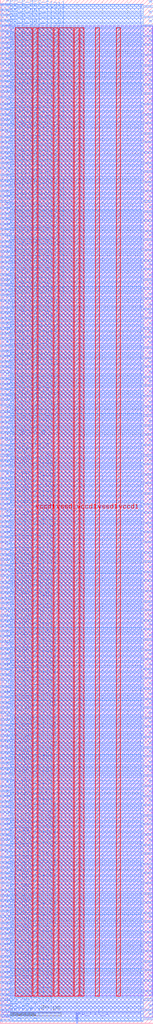
<source format=lef>
VERSION 5.7 ;
  NOWIREEXTENSIONATPIN ON ;
  DIVIDERCHAR "/" ;
  BUSBITCHARS "[]" ;
MACRO wb_bridge_2way
  CLASS BLOCK ;
  FOREIGN wb_bridge_2way ;
  ORIGIN 0.000 0.000 ;
  SIZE 60.000 BY 400.000 ;
  PIN vccd1
    DIRECTION INPUT ;
    USE POWER ;
    PORT
      LAYER met4 ;
        RECT 12.875 10.640 14.475 389.200 ;
    END
    PORT
      LAYER met4 ;
        RECT 29.195 10.640 30.795 389.200 ;
    END
    PORT
      LAYER met4 ;
        RECT 45.515 10.640 47.115 389.200 ;
    END
  END vccd1
  PIN vssd1
    DIRECTION INPUT ;
    USE GROUND ;
    PORT
      LAYER met4 ;
        RECT 21.035 10.640 22.635 389.200 ;
    END
    PORT
      LAYER met4 ;
        RECT 37.355 10.640 38.955 389.200 ;
    END
  END vssd1
  PIN wb_clk_i
    DIRECTION INPUT ;
    USE SIGNAL ;
    PORT
      LAYER met3 ;
        RECT 56.000 397.160 60.000 397.760 ;
    END
  END wb_clk_i
  PIN wb_rst_i
    DIRECTION INPUT ;
    USE SIGNAL ;
    PORT
      LAYER met2 ;
        RECT 29.990 0.000 30.270 4.000 ;
    END
  END wb_rst_i
  PIN wbm_a_ack_i
    DIRECTION INPUT ;
    USE SIGNAL ;
    PORT
      LAYER met3 ;
        RECT 56.000 393.080 60.000 393.680 ;
    END
  END wbm_a_ack_i
  PIN wbm_a_adr_o[0]
    DIRECTION OUTPUT TRISTATE ;
    USE SIGNAL ;
    PORT
      LAYER met3 ;
        RECT 56.000 27.920 60.000 28.520 ;
    END
  END wbm_a_adr_o[0]
  PIN wbm_a_adr_o[10]
    DIRECTION OUTPUT TRISTATE ;
    USE SIGNAL ;
    PORT
      LAYER met3 ;
        RECT 56.000 66.000 60.000 66.600 ;
    END
  END wbm_a_adr_o[10]
  PIN wbm_a_adr_o[11]
    DIRECTION OUTPUT TRISTATE ;
    USE SIGNAL ;
    PORT
      LAYER met3 ;
        RECT 56.000 69.400 60.000 70.000 ;
    END
  END wbm_a_adr_o[11]
  PIN wbm_a_adr_o[12]
    DIRECTION OUTPUT TRISTATE ;
    USE SIGNAL ;
    PORT
      LAYER met3 ;
        RECT 56.000 73.480 60.000 74.080 ;
    END
  END wbm_a_adr_o[12]
  PIN wbm_a_adr_o[13]
    DIRECTION OUTPUT TRISTATE ;
    USE SIGNAL ;
    PORT
      LAYER met3 ;
        RECT 56.000 77.560 60.000 78.160 ;
    END
  END wbm_a_adr_o[13]
  PIN wbm_a_adr_o[14]
    DIRECTION OUTPUT TRISTATE ;
    USE SIGNAL ;
    PORT
      LAYER met3 ;
        RECT 56.000 80.960 60.000 81.560 ;
    END
  END wbm_a_adr_o[14]
  PIN wbm_a_adr_o[15]
    DIRECTION OUTPUT TRISTATE ;
    USE SIGNAL ;
    PORT
      LAYER met3 ;
        RECT 56.000 85.040 60.000 85.640 ;
    END
  END wbm_a_adr_o[15]
  PIN wbm_a_adr_o[16]
    DIRECTION OUTPUT TRISTATE ;
    USE SIGNAL ;
    PORT
      LAYER met3 ;
        RECT 56.000 88.440 60.000 89.040 ;
    END
  END wbm_a_adr_o[16]
  PIN wbm_a_adr_o[17]
    DIRECTION OUTPUT TRISTATE ;
    USE SIGNAL ;
    PORT
      LAYER met3 ;
        RECT 56.000 92.520 60.000 93.120 ;
    END
  END wbm_a_adr_o[17]
  PIN wbm_a_adr_o[18]
    DIRECTION OUTPUT TRISTATE ;
    USE SIGNAL ;
    PORT
      LAYER met3 ;
        RECT 56.000 96.600 60.000 97.200 ;
    END
  END wbm_a_adr_o[18]
  PIN wbm_a_adr_o[19]
    DIRECTION OUTPUT TRISTATE ;
    USE SIGNAL ;
    PORT
      LAYER met3 ;
        RECT 56.000 100.000 60.000 100.600 ;
    END
  END wbm_a_adr_o[19]
  PIN wbm_a_adr_o[1]
    DIRECTION OUTPUT TRISTATE ;
    USE SIGNAL ;
    PORT
      LAYER met3 ;
        RECT 56.000 31.320 60.000 31.920 ;
    END
  END wbm_a_adr_o[1]
  PIN wbm_a_adr_o[20]
    DIRECTION OUTPUT TRISTATE ;
    USE SIGNAL ;
    PORT
      LAYER met3 ;
        RECT 56.000 104.080 60.000 104.680 ;
    END
  END wbm_a_adr_o[20]
  PIN wbm_a_adr_o[21]
    DIRECTION OUTPUT TRISTATE ;
    USE SIGNAL ;
    PORT
      LAYER met3 ;
        RECT 56.000 107.480 60.000 108.080 ;
    END
  END wbm_a_adr_o[21]
  PIN wbm_a_adr_o[22]
    DIRECTION OUTPUT TRISTATE ;
    USE SIGNAL ;
    PORT
      LAYER met3 ;
        RECT 56.000 111.560 60.000 112.160 ;
    END
  END wbm_a_adr_o[22]
  PIN wbm_a_adr_o[23]
    DIRECTION OUTPUT TRISTATE ;
    USE SIGNAL ;
    PORT
      LAYER met3 ;
        RECT 56.000 115.640 60.000 116.240 ;
    END
  END wbm_a_adr_o[23]
  PIN wbm_a_adr_o[24]
    DIRECTION OUTPUT TRISTATE ;
    USE SIGNAL ;
    PORT
      LAYER met3 ;
        RECT 56.000 119.040 60.000 119.640 ;
    END
  END wbm_a_adr_o[24]
  PIN wbm_a_adr_o[25]
    DIRECTION OUTPUT TRISTATE ;
    USE SIGNAL ;
    PORT
      LAYER met3 ;
        RECT 56.000 123.120 60.000 123.720 ;
    END
  END wbm_a_adr_o[25]
  PIN wbm_a_adr_o[26]
    DIRECTION OUTPUT TRISTATE ;
    USE SIGNAL ;
    PORT
      LAYER met3 ;
        RECT 56.000 126.520 60.000 127.120 ;
    END
  END wbm_a_adr_o[26]
  PIN wbm_a_adr_o[27]
    DIRECTION OUTPUT TRISTATE ;
    USE SIGNAL ;
    PORT
      LAYER met3 ;
        RECT 56.000 130.600 60.000 131.200 ;
    END
  END wbm_a_adr_o[27]
  PIN wbm_a_adr_o[28]
    DIRECTION OUTPUT TRISTATE ;
    USE SIGNAL ;
    PORT
      LAYER met3 ;
        RECT 56.000 134.680 60.000 135.280 ;
    END
  END wbm_a_adr_o[28]
  PIN wbm_a_adr_o[29]
    DIRECTION OUTPUT TRISTATE ;
    USE SIGNAL ;
    PORT
      LAYER met3 ;
        RECT 56.000 138.080 60.000 138.680 ;
    END
  END wbm_a_adr_o[29]
  PIN wbm_a_adr_o[2]
    DIRECTION OUTPUT TRISTATE ;
    USE SIGNAL ;
    PORT
      LAYER met3 ;
        RECT 56.000 35.400 60.000 36.000 ;
    END
  END wbm_a_adr_o[2]
  PIN wbm_a_adr_o[30]
    DIRECTION OUTPUT TRISTATE ;
    USE SIGNAL ;
    PORT
      LAYER met3 ;
        RECT 56.000 142.160 60.000 142.760 ;
    END
  END wbm_a_adr_o[30]
  PIN wbm_a_adr_o[31]
    DIRECTION OUTPUT TRISTATE ;
    USE SIGNAL ;
    PORT
      LAYER met3 ;
        RECT 56.000 145.560 60.000 146.160 ;
    END
  END wbm_a_adr_o[31]
  PIN wbm_a_adr_o[3]
    DIRECTION OUTPUT TRISTATE ;
    USE SIGNAL ;
    PORT
      LAYER met3 ;
        RECT 56.000 39.480 60.000 40.080 ;
    END
  END wbm_a_adr_o[3]
  PIN wbm_a_adr_o[4]
    DIRECTION OUTPUT TRISTATE ;
    USE SIGNAL ;
    PORT
      LAYER met3 ;
        RECT 56.000 42.880 60.000 43.480 ;
    END
  END wbm_a_adr_o[4]
  PIN wbm_a_adr_o[5]
    DIRECTION OUTPUT TRISTATE ;
    USE SIGNAL ;
    PORT
      LAYER met3 ;
        RECT 56.000 46.960 60.000 47.560 ;
    END
  END wbm_a_adr_o[5]
  PIN wbm_a_adr_o[6]
    DIRECTION OUTPUT TRISTATE ;
    USE SIGNAL ;
    PORT
      LAYER met3 ;
        RECT 56.000 50.360 60.000 50.960 ;
    END
  END wbm_a_adr_o[6]
  PIN wbm_a_adr_o[7]
    DIRECTION OUTPUT TRISTATE ;
    USE SIGNAL ;
    PORT
      LAYER met3 ;
        RECT 56.000 54.440 60.000 55.040 ;
    END
  END wbm_a_adr_o[7]
  PIN wbm_a_adr_o[8]
    DIRECTION OUTPUT TRISTATE ;
    USE SIGNAL ;
    PORT
      LAYER met3 ;
        RECT 56.000 58.520 60.000 59.120 ;
    END
  END wbm_a_adr_o[8]
  PIN wbm_a_adr_o[9]
    DIRECTION OUTPUT TRISTATE ;
    USE SIGNAL ;
    PORT
      LAYER met3 ;
        RECT 56.000 61.920 60.000 62.520 ;
    END
  END wbm_a_adr_o[9]
  PIN wbm_a_cyc_o
    DIRECTION OUTPUT TRISTATE ;
    USE SIGNAL ;
    PORT
      LAYER met3 ;
        RECT 56.000 4.800 60.000 5.400 ;
    END
  END wbm_a_cyc_o
  PIN wbm_a_dat_i[0]
    DIRECTION INPUT ;
    USE SIGNAL ;
    PORT
      LAYER met3 ;
        RECT 56.000 271.360 60.000 271.960 ;
    END
  END wbm_a_dat_i[0]
  PIN wbm_a_dat_i[10]
    DIRECTION INPUT ;
    USE SIGNAL ;
    PORT
      LAYER met3 ;
        RECT 56.000 309.440 60.000 310.040 ;
    END
  END wbm_a_dat_i[10]
  PIN wbm_a_dat_i[11]
    DIRECTION INPUT ;
    USE SIGNAL ;
    PORT
      LAYER met3 ;
        RECT 56.000 313.520 60.000 314.120 ;
    END
  END wbm_a_dat_i[11]
  PIN wbm_a_dat_i[12]
    DIRECTION INPUT ;
    USE SIGNAL ;
    PORT
      LAYER met3 ;
        RECT 56.000 316.920 60.000 317.520 ;
    END
  END wbm_a_dat_i[12]
  PIN wbm_a_dat_i[13]
    DIRECTION INPUT ;
    USE SIGNAL ;
    PORT
      LAYER met3 ;
        RECT 56.000 321.000 60.000 321.600 ;
    END
  END wbm_a_dat_i[13]
  PIN wbm_a_dat_i[14]
    DIRECTION INPUT ;
    USE SIGNAL ;
    PORT
      LAYER met3 ;
        RECT 56.000 325.080 60.000 325.680 ;
    END
  END wbm_a_dat_i[14]
  PIN wbm_a_dat_i[15]
    DIRECTION INPUT ;
    USE SIGNAL ;
    PORT
      LAYER met3 ;
        RECT 56.000 328.480 60.000 329.080 ;
    END
  END wbm_a_dat_i[15]
  PIN wbm_a_dat_i[16]
    DIRECTION INPUT ;
    USE SIGNAL ;
    PORT
      LAYER met3 ;
        RECT 56.000 332.560 60.000 333.160 ;
    END
  END wbm_a_dat_i[16]
  PIN wbm_a_dat_i[17]
    DIRECTION INPUT ;
    USE SIGNAL ;
    PORT
      LAYER met3 ;
        RECT 56.000 335.960 60.000 336.560 ;
    END
  END wbm_a_dat_i[17]
  PIN wbm_a_dat_i[18]
    DIRECTION INPUT ;
    USE SIGNAL ;
    PORT
      LAYER met3 ;
        RECT 56.000 340.040 60.000 340.640 ;
    END
  END wbm_a_dat_i[18]
  PIN wbm_a_dat_i[19]
    DIRECTION INPUT ;
    USE SIGNAL ;
    PORT
      LAYER met3 ;
        RECT 56.000 344.120 60.000 344.720 ;
    END
  END wbm_a_dat_i[19]
  PIN wbm_a_dat_i[1]
    DIRECTION INPUT ;
    USE SIGNAL ;
    PORT
      LAYER met3 ;
        RECT 56.000 275.440 60.000 276.040 ;
    END
  END wbm_a_dat_i[1]
  PIN wbm_a_dat_i[20]
    DIRECTION INPUT ;
    USE SIGNAL ;
    PORT
      LAYER met3 ;
        RECT 56.000 347.520 60.000 348.120 ;
    END
  END wbm_a_dat_i[20]
  PIN wbm_a_dat_i[21]
    DIRECTION INPUT ;
    USE SIGNAL ;
    PORT
      LAYER met3 ;
        RECT 56.000 351.600 60.000 352.200 ;
    END
  END wbm_a_dat_i[21]
  PIN wbm_a_dat_i[22]
    DIRECTION INPUT ;
    USE SIGNAL ;
    PORT
      LAYER met3 ;
        RECT 56.000 355.000 60.000 355.600 ;
    END
  END wbm_a_dat_i[22]
  PIN wbm_a_dat_i[23]
    DIRECTION INPUT ;
    USE SIGNAL ;
    PORT
      LAYER met3 ;
        RECT 56.000 359.080 60.000 359.680 ;
    END
  END wbm_a_dat_i[23]
  PIN wbm_a_dat_i[24]
    DIRECTION INPUT ;
    USE SIGNAL ;
    PORT
      LAYER met3 ;
        RECT 56.000 363.160 60.000 363.760 ;
    END
  END wbm_a_dat_i[24]
  PIN wbm_a_dat_i[25]
    DIRECTION INPUT ;
    USE SIGNAL ;
    PORT
      LAYER met3 ;
        RECT 56.000 366.560 60.000 367.160 ;
    END
  END wbm_a_dat_i[25]
  PIN wbm_a_dat_i[26]
    DIRECTION INPUT ;
    USE SIGNAL ;
    PORT
      LAYER met3 ;
        RECT 56.000 370.640 60.000 371.240 ;
    END
  END wbm_a_dat_i[26]
  PIN wbm_a_dat_i[27]
    DIRECTION INPUT ;
    USE SIGNAL ;
    PORT
      LAYER met3 ;
        RECT 56.000 374.040 60.000 374.640 ;
    END
  END wbm_a_dat_i[27]
  PIN wbm_a_dat_i[28]
    DIRECTION INPUT ;
    USE SIGNAL ;
    PORT
      LAYER met3 ;
        RECT 56.000 378.120 60.000 378.720 ;
    END
  END wbm_a_dat_i[28]
  PIN wbm_a_dat_i[29]
    DIRECTION INPUT ;
    USE SIGNAL ;
    PORT
      LAYER met3 ;
        RECT 56.000 382.200 60.000 382.800 ;
    END
  END wbm_a_dat_i[29]
  PIN wbm_a_dat_i[2]
    DIRECTION INPUT ;
    USE SIGNAL ;
    PORT
      LAYER met3 ;
        RECT 56.000 278.840 60.000 279.440 ;
    END
  END wbm_a_dat_i[2]
  PIN wbm_a_dat_i[30]
    DIRECTION INPUT ;
    USE SIGNAL ;
    PORT
      LAYER met3 ;
        RECT 56.000 385.600 60.000 386.200 ;
    END
  END wbm_a_dat_i[30]
  PIN wbm_a_dat_i[31]
    DIRECTION INPUT ;
    USE SIGNAL ;
    PORT
      LAYER met3 ;
        RECT 56.000 389.680 60.000 390.280 ;
    END
  END wbm_a_dat_i[31]
  PIN wbm_a_dat_i[3]
    DIRECTION INPUT ;
    USE SIGNAL ;
    PORT
      LAYER met3 ;
        RECT 56.000 282.920 60.000 283.520 ;
    END
  END wbm_a_dat_i[3]
  PIN wbm_a_dat_i[4]
    DIRECTION INPUT ;
    USE SIGNAL ;
    PORT
      LAYER met3 ;
        RECT 56.000 287.000 60.000 287.600 ;
    END
  END wbm_a_dat_i[4]
  PIN wbm_a_dat_i[5]
    DIRECTION INPUT ;
    USE SIGNAL ;
    PORT
      LAYER met3 ;
        RECT 56.000 290.400 60.000 291.000 ;
    END
  END wbm_a_dat_i[5]
  PIN wbm_a_dat_i[6]
    DIRECTION INPUT ;
    USE SIGNAL ;
    PORT
      LAYER met3 ;
        RECT 56.000 294.480 60.000 295.080 ;
    END
  END wbm_a_dat_i[6]
  PIN wbm_a_dat_i[7]
    DIRECTION INPUT ;
    USE SIGNAL ;
    PORT
      LAYER met3 ;
        RECT 56.000 297.880 60.000 298.480 ;
    END
  END wbm_a_dat_i[7]
  PIN wbm_a_dat_i[8]
    DIRECTION INPUT ;
    USE SIGNAL ;
    PORT
      LAYER met3 ;
        RECT 56.000 301.960 60.000 302.560 ;
    END
  END wbm_a_dat_i[8]
  PIN wbm_a_dat_i[9]
    DIRECTION INPUT ;
    USE SIGNAL ;
    PORT
      LAYER met3 ;
        RECT 56.000 306.040 60.000 306.640 ;
    END
  END wbm_a_dat_i[9]
  PIN wbm_a_dat_o[0]
    DIRECTION OUTPUT TRISTATE ;
    USE SIGNAL ;
    PORT
      LAYER met3 ;
        RECT 56.000 149.640 60.000 150.240 ;
    END
  END wbm_a_dat_o[0]
  PIN wbm_a_dat_o[10]
    DIRECTION OUTPUT TRISTATE ;
    USE SIGNAL ;
    PORT
      LAYER met3 ;
        RECT 56.000 187.720 60.000 188.320 ;
    END
  END wbm_a_dat_o[10]
  PIN wbm_a_dat_o[11]
    DIRECTION OUTPUT TRISTATE ;
    USE SIGNAL ;
    PORT
      LAYER met3 ;
        RECT 56.000 191.800 60.000 192.400 ;
    END
  END wbm_a_dat_o[11]
  PIN wbm_a_dat_o[12]
    DIRECTION OUTPUT TRISTATE ;
    USE SIGNAL ;
    PORT
      LAYER met3 ;
        RECT 56.000 195.200 60.000 195.800 ;
    END
  END wbm_a_dat_o[12]
  PIN wbm_a_dat_o[13]
    DIRECTION OUTPUT TRISTATE ;
    USE SIGNAL ;
    PORT
      LAYER met3 ;
        RECT 56.000 199.280 60.000 199.880 ;
    END
  END wbm_a_dat_o[13]
  PIN wbm_a_dat_o[14]
    DIRECTION OUTPUT TRISTATE ;
    USE SIGNAL ;
    PORT
      LAYER met3 ;
        RECT 56.000 202.680 60.000 203.280 ;
    END
  END wbm_a_dat_o[14]
  PIN wbm_a_dat_o[15]
    DIRECTION OUTPUT TRISTATE ;
    USE SIGNAL ;
    PORT
      LAYER met3 ;
        RECT 56.000 206.760 60.000 207.360 ;
    END
  END wbm_a_dat_o[15]
  PIN wbm_a_dat_o[16]
    DIRECTION OUTPUT TRISTATE ;
    USE SIGNAL ;
    PORT
      LAYER met3 ;
        RECT 56.000 210.840 60.000 211.440 ;
    END
  END wbm_a_dat_o[16]
  PIN wbm_a_dat_o[17]
    DIRECTION OUTPUT TRISTATE ;
    USE SIGNAL ;
    PORT
      LAYER met3 ;
        RECT 56.000 214.240 60.000 214.840 ;
    END
  END wbm_a_dat_o[17]
  PIN wbm_a_dat_o[18]
    DIRECTION OUTPUT TRISTATE ;
    USE SIGNAL ;
    PORT
      LAYER met3 ;
        RECT 56.000 218.320 60.000 218.920 ;
    END
  END wbm_a_dat_o[18]
  PIN wbm_a_dat_o[19]
    DIRECTION OUTPUT TRISTATE ;
    USE SIGNAL ;
    PORT
      LAYER met3 ;
        RECT 56.000 221.720 60.000 222.320 ;
    END
  END wbm_a_dat_o[19]
  PIN wbm_a_dat_o[1]
    DIRECTION OUTPUT TRISTATE ;
    USE SIGNAL ;
    PORT
      LAYER met3 ;
        RECT 56.000 153.720 60.000 154.320 ;
    END
  END wbm_a_dat_o[1]
  PIN wbm_a_dat_o[20]
    DIRECTION OUTPUT TRISTATE ;
    USE SIGNAL ;
    PORT
      LAYER met3 ;
        RECT 56.000 225.800 60.000 226.400 ;
    END
  END wbm_a_dat_o[20]
  PIN wbm_a_dat_o[21]
    DIRECTION OUTPUT TRISTATE ;
    USE SIGNAL ;
    PORT
      LAYER met3 ;
        RECT 56.000 229.880 60.000 230.480 ;
    END
  END wbm_a_dat_o[21]
  PIN wbm_a_dat_o[22]
    DIRECTION OUTPUT TRISTATE ;
    USE SIGNAL ;
    PORT
      LAYER met3 ;
        RECT 56.000 233.280 60.000 233.880 ;
    END
  END wbm_a_dat_o[22]
  PIN wbm_a_dat_o[23]
    DIRECTION OUTPUT TRISTATE ;
    USE SIGNAL ;
    PORT
      LAYER met3 ;
        RECT 56.000 237.360 60.000 237.960 ;
    END
  END wbm_a_dat_o[23]
  PIN wbm_a_dat_o[24]
    DIRECTION OUTPUT TRISTATE ;
    USE SIGNAL ;
    PORT
      LAYER met3 ;
        RECT 56.000 240.760 60.000 241.360 ;
    END
  END wbm_a_dat_o[24]
  PIN wbm_a_dat_o[25]
    DIRECTION OUTPUT TRISTATE ;
    USE SIGNAL ;
    PORT
      LAYER met3 ;
        RECT 56.000 244.840 60.000 245.440 ;
    END
  END wbm_a_dat_o[25]
  PIN wbm_a_dat_o[26]
    DIRECTION OUTPUT TRISTATE ;
    USE SIGNAL ;
    PORT
      LAYER met3 ;
        RECT 56.000 248.920 60.000 249.520 ;
    END
  END wbm_a_dat_o[26]
  PIN wbm_a_dat_o[27]
    DIRECTION OUTPUT TRISTATE ;
    USE SIGNAL ;
    PORT
      LAYER met3 ;
        RECT 56.000 252.320 60.000 252.920 ;
    END
  END wbm_a_dat_o[27]
  PIN wbm_a_dat_o[28]
    DIRECTION OUTPUT TRISTATE ;
    USE SIGNAL ;
    PORT
      LAYER met3 ;
        RECT 56.000 256.400 60.000 257.000 ;
    END
  END wbm_a_dat_o[28]
  PIN wbm_a_dat_o[29]
    DIRECTION OUTPUT TRISTATE ;
    USE SIGNAL ;
    PORT
      LAYER met3 ;
        RECT 56.000 259.800 60.000 260.400 ;
    END
  END wbm_a_dat_o[29]
  PIN wbm_a_dat_o[2]
    DIRECTION OUTPUT TRISTATE ;
    USE SIGNAL ;
    PORT
      LAYER met3 ;
        RECT 56.000 157.120 60.000 157.720 ;
    END
  END wbm_a_dat_o[2]
  PIN wbm_a_dat_o[30]
    DIRECTION OUTPUT TRISTATE ;
    USE SIGNAL ;
    PORT
      LAYER met3 ;
        RECT 56.000 263.880 60.000 264.480 ;
    END
  END wbm_a_dat_o[30]
  PIN wbm_a_dat_o[31]
    DIRECTION OUTPUT TRISTATE ;
    USE SIGNAL ;
    PORT
      LAYER met3 ;
        RECT 56.000 267.960 60.000 268.560 ;
    END
  END wbm_a_dat_o[31]
  PIN wbm_a_dat_o[3]
    DIRECTION OUTPUT TRISTATE ;
    USE SIGNAL ;
    PORT
      LAYER met3 ;
        RECT 56.000 161.200 60.000 161.800 ;
    END
  END wbm_a_dat_o[3]
  PIN wbm_a_dat_o[4]
    DIRECTION OUTPUT TRISTATE ;
    USE SIGNAL ;
    PORT
      LAYER met3 ;
        RECT 56.000 164.600 60.000 165.200 ;
    END
  END wbm_a_dat_o[4]
  PIN wbm_a_dat_o[5]
    DIRECTION OUTPUT TRISTATE ;
    USE SIGNAL ;
    PORT
      LAYER met3 ;
        RECT 56.000 168.680 60.000 169.280 ;
    END
  END wbm_a_dat_o[5]
  PIN wbm_a_dat_o[6]
    DIRECTION OUTPUT TRISTATE ;
    USE SIGNAL ;
    PORT
      LAYER met3 ;
        RECT 56.000 172.760 60.000 173.360 ;
    END
  END wbm_a_dat_o[6]
  PIN wbm_a_dat_o[7]
    DIRECTION OUTPUT TRISTATE ;
    USE SIGNAL ;
    PORT
      LAYER met3 ;
        RECT 56.000 176.160 60.000 176.760 ;
    END
  END wbm_a_dat_o[7]
  PIN wbm_a_dat_o[8]
    DIRECTION OUTPUT TRISTATE ;
    USE SIGNAL ;
    PORT
      LAYER met3 ;
        RECT 56.000 180.240 60.000 180.840 ;
    END
  END wbm_a_dat_o[8]
  PIN wbm_a_dat_o[9]
    DIRECTION OUTPUT TRISTATE ;
    USE SIGNAL ;
    PORT
      LAYER met3 ;
        RECT 56.000 183.640 60.000 184.240 ;
    END
  END wbm_a_dat_o[9]
  PIN wbm_a_sel_o[0]
    DIRECTION OUTPUT TRISTATE ;
    USE SIGNAL ;
    PORT
      LAYER met3 ;
        RECT 56.000 12.280 60.000 12.880 ;
    END
  END wbm_a_sel_o[0]
  PIN wbm_a_sel_o[1]
    DIRECTION OUTPUT TRISTATE ;
    USE SIGNAL ;
    PORT
      LAYER met3 ;
        RECT 56.000 16.360 60.000 16.960 ;
    END
  END wbm_a_sel_o[1]
  PIN wbm_a_sel_o[2]
    DIRECTION OUTPUT TRISTATE ;
    USE SIGNAL ;
    PORT
      LAYER met3 ;
        RECT 56.000 20.440 60.000 21.040 ;
    END
  END wbm_a_sel_o[2]
  PIN wbm_a_sel_o[3]
    DIRECTION OUTPUT TRISTATE ;
    USE SIGNAL ;
    PORT
      LAYER met3 ;
        RECT 56.000 23.840 60.000 24.440 ;
    END
  END wbm_a_sel_o[3]
  PIN wbm_a_stb_o
    DIRECTION OUTPUT TRISTATE ;
    USE SIGNAL ;
    PORT
      LAYER met3 ;
        RECT 56.000 1.400 60.000 2.000 ;
    END
  END wbm_a_stb_o
  PIN wbm_a_we_o
    DIRECTION OUTPUT TRISTATE ;
    USE SIGNAL ;
    PORT
      LAYER met3 ;
        RECT 56.000 8.880 60.000 9.480 ;
    END
  END wbm_a_we_o
  PIN wbm_b_ack_i
    DIRECTION INPUT ;
    USE SIGNAL ;
    PORT
      LAYER met3 ;
        RECT 0.000 397.840 4.000 398.440 ;
    END
  END wbm_b_ack_i
  PIN wbm_b_adr_o[0]
    DIRECTION OUTPUT TRISTATE ;
    USE SIGNAL ;
    PORT
      LAYER met3 ;
        RECT 0.000 238.720 4.000 239.320 ;
    END
  END wbm_b_adr_o[0]
  PIN wbm_b_adr_o[1]
    DIRECTION OUTPUT TRISTATE ;
    USE SIGNAL ;
    PORT
      LAYER met3 ;
        RECT 0.000 241.440 4.000 242.040 ;
    END
  END wbm_b_adr_o[1]
  PIN wbm_b_adr_o[2]
    DIRECTION OUTPUT TRISTATE ;
    USE SIGNAL ;
    PORT
      LAYER met3 ;
        RECT 0.000 243.480 4.000 244.080 ;
    END
  END wbm_b_adr_o[2]
  PIN wbm_b_adr_o[3]
    DIRECTION OUTPUT TRISTATE ;
    USE SIGNAL ;
    PORT
      LAYER met3 ;
        RECT 0.000 245.520 4.000 246.120 ;
    END
  END wbm_b_adr_o[3]
  PIN wbm_b_adr_o[4]
    DIRECTION OUTPUT TRISTATE ;
    USE SIGNAL ;
    PORT
      LAYER met3 ;
        RECT 0.000 247.560 4.000 248.160 ;
    END
  END wbm_b_adr_o[4]
  PIN wbm_b_adr_o[5]
    DIRECTION OUTPUT TRISTATE ;
    USE SIGNAL ;
    PORT
      LAYER met3 ;
        RECT 0.000 249.600 4.000 250.200 ;
    END
  END wbm_b_adr_o[5]
  PIN wbm_b_adr_o[6]
    DIRECTION OUTPUT TRISTATE ;
    USE SIGNAL ;
    PORT
      LAYER met3 ;
        RECT 0.000 251.640 4.000 252.240 ;
    END
  END wbm_b_adr_o[6]
  PIN wbm_b_adr_o[7]
    DIRECTION OUTPUT TRISTATE ;
    USE SIGNAL ;
    PORT
      LAYER met3 ;
        RECT 0.000 254.360 4.000 254.960 ;
    END
  END wbm_b_adr_o[7]
  PIN wbm_b_adr_o[8]
    DIRECTION OUTPUT TRISTATE ;
    USE SIGNAL ;
    PORT
      LAYER met3 ;
        RECT 0.000 256.400 4.000 257.000 ;
    END
  END wbm_b_adr_o[8]
  PIN wbm_b_adr_o[9]
    DIRECTION OUTPUT TRISTATE ;
    USE SIGNAL ;
    PORT
      LAYER met3 ;
        RECT 0.000 258.440 4.000 259.040 ;
    END
  END wbm_b_adr_o[9]
  PIN wbm_b_cyc_o
    DIRECTION OUTPUT TRISTATE ;
    USE SIGNAL ;
    PORT
      LAYER met3 ;
        RECT 0.000 225.800 4.000 226.400 ;
    END
  END wbm_b_cyc_o
  PIN wbm_b_dat_i[0]
    DIRECTION INPUT ;
    USE SIGNAL ;
    PORT
      LAYER met3 ;
        RECT 0.000 329.160 4.000 329.760 ;
    END
  END wbm_b_dat_i[0]
  PIN wbm_b_dat_i[10]
    DIRECTION INPUT ;
    USE SIGNAL ;
    PORT
      LAYER met3 ;
        RECT 0.000 350.920 4.000 351.520 ;
    END
  END wbm_b_dat_i[10]
  PIN wbm_b_dat_i[11]
    DIRECTION INPUT ;
    USE SIGNAL ;
    PORT
      LAYER met3 ;
        RECT 0.000 352.960 4.000 353.560 ;
    END
  END wbm_b_dat_i[11]
  PIN wbm_b_dat_i[12]
    DIRECTION INPUT ;
    USE SIGNAL ;
    PORT
      LAYER met3 ;
        RECT 0.000 355.000 4.000 355.600 ;
    END
  END wbm_b_dat_i[12]
  PIN wbm_b_dat_i[13]
    DIRECTION INPUT ;
    USE SIGNAL ;
    PORT
      LAYER met3 ;
        RECT 0.000 357.040 4.000 357.640 ;
    END
  END wbm_b_dat_i[13]
  PIN wbm_b_dat_i[14]
    DIRECTION INPUT ;
    USE SIGNAL ;
    PORT
      LAYER met3 ;
        RECT 0.000 359.080 4.000 359.680 ;
    END
  END wbm_b_dat_i[14]
  PIN wbm_b_dat_i[15]
    DIRECTION INPUT ;
    USE SIGNAL ;
    PORT
      LAYER met3 ;
        RECT 0.000 361.800 4.000 362.400 ;
    END
  END wbm_b_dat_i[15]
  PIN wbm_b_dat_i[16]
    DIRECTION INPUT ;
    USE SIGNAL ;
    PORT
      LAYER met3 ;
        RECT 0.000 363.840 4.000 364.440 ;
    END
  END wbm_b_dat_i[16]
  PIN wbm_b_dat_i[17]
    DIRECTION INPUT ;
    USE SIGNAL ;
    PORT
      LAYER met3 ;
        RECT 0.000 365.880 4.000 366.480 ;
    END
  END wbm_b_dat_i[17]
  PIN wbm_b_dat_i[18]
    DIRECTION INPUT ;
    USE SIGNAL ;
    PORT
      LAYER met3 ;
        RECT 0.000 367.920 4.000 368.520 ;
    END
  END wbm_b_dat_i[18]
  PIN wbm_b_dat_i[19]
    DIRECTION INPUT ;
    USE SIGNAL ;
    PORT
      LAYER met3 ;
        RECT 0.000 369.960 4.000 370.560 ;
    END
  END wbm_b_dat_i[19]
  PIN wbm_b_dat_i[1]
    DIRECTION INPUT ;
    USE SIGNAL ;
    PORT
      LAYER met3 ;
        RECT 0.000 331.200 4.000 331.800 ;
    END
  END wbm_b_dat_i[1]
  PIN wbm_b_dat_i[20]
    DIRECTION INPUT ;
    USE SIGNAL ;
    PORT
      LAYER met3 ;
        RECT 0.000 372.000 4.000 372.600 ;
    END
  END wbm_b_dat_i[20]
  PIN wbm_b_dat_i[21]
    DIRECTION INPUT ;
    USE SIGNAL ;
    PORT
      LAYER met3 ;
        RECT 0.000 374.720 4.000 375.320 ;
    END
  END wbm_b_dat_i[21]
  PIN wbm_b_dat_i[22]
    DIRECTION INPUT ;
    USE SIGNAL ;
    PORT
      LAYER met3 ;
        RECT 0.000 376.760 4.000 377.360 ;
    END
  END wbm_b_dat_i[22]
  PIN wbm_b_dat_i[23]
    DIRECTION INPUT ;
    USE SIGNAL ;
    PORT
      LAYER met3 ;
        RECT 0.000 378.800 4.000 379.400 ;
    END
  END wbm_b_dat_i[23]
  PIN wbm_b_dat_i[24]
    DIRECTION INPUT ;
    USE SIGNAL ;
    PORT
      LAYER met3 ;
        RECT 0.000 380.840 4.000 381.440 ;
    END
  END wbm_b_dat_i[24]
  PIN wbm_b_dat_i[25]
    DIRECTION INPUT ;
    USE SIGNAL ;
    PORT
      LAYER met3 ;
        RECT 0.000 382.880 4.000 383.480 ;
    END
  END wbm_b_dat_i[25]
  PIN wbm_b_dat_i[26]
    DIRECTION INPUT ;
    USE SIGNAL ;
    PORT
      LAYER met3 ;
        RECT 0.000 384.920 4.000 385.520 ;
    END
  END wbm_b_dat_i[26]
  PIN wbm_b_dat_i[27]
    DIRECTION INPUT ;
    USE SIGNAL ;
    PORT
      LAYER met3 ;
        RECT 0.000 387.640 4.000 388.240 ;
    END
  END wbm_b_dat_i[27]
  PIN wbm_b_dat_i[28]
    DIRECTION INPUT ;
    USE SIGNAL ;
    PORT
      LAYER met3 ;
        RECT 0.000 389.680 4.000 390.280 ;
    END
  END wbm_b_dat_i[28]
  PIN wbm_b_dat_i[29]
    DIRECTION INPUT ;
    USE SIGNAL ;
    PORT
      LAYER met3 ;
        RECT 0.000 391.720 4.000 392.320 ;
    END
  END wbm_b_dat_i[29]
  PIN wbm_b_dat_i[2]
    DIRECTION INPUT ;
    USE SIGNAL ;
    PORT
      LAYER met3 ;
        RECT 0.000 333.920 4.000 334.520 ;
    END
  END wbm_b_dat_i[2]
  PIN wbm_b_dat_i[30]
    DIRECTION INPUT ;
    USE SIGNAL ;
    PORT
      LAYER met3 ;
        RECT 0.000 393.760 4.000 394.360 ;
    END
  END wbm_b_dat_i[30]
  PIN wbm_b_dat_i[31]
    DIRECTION INPUT ;
    USE SIGNAL ;
    PORT
      LAYER met3 ;
        RECT 0.000 395.800 4.000 396.400 ;
    END
  END wbm_b_dat_i[31]
  PIN wbm_b_dat_i[3]
    DIRECTION INPUT ;
    USE SIGNAL ;
    PORT
      LAYER met3 ;
        RECT 0.000 335.960 4.000 336.560 ;
    END
  END wbm_b_dat_i[3]
  PIN wbm_b_dat_i[4]
    DIRECTION INPUT ;
    USE SIGNAL ;
    PORT
      LAYER met3 ;
        RECT 0.000 338.000 4.000 338.600 ;
    END
  END wbm_b_dat_i[4]
  PIN wbm_b_dat_i[5]
    DIRECTION INPUT ;
    USE SIGNAL ;
    PORT
      LAYER met3 ;
        RECT 0.000 340.040 4.000 340.640 ;
    END
  END wbm_b_dat_i[5]
  PIN wbm_b_dat_i[6]
    DIRECTION INPUT ;
    USE SIGNAL ;
    PORT
      LAYER met3 ;
        RECT 0.000 342.080 4.000 342.680 ;
    END
  END wbm_b_dat_i[6]
  PIN wbm_b_dat_i[7]
    DIRECTION INPUT ;
    USE SIGNAL ;
    PORT
      LAYER met3 ;
        RECT 0.000 344.120 4.000 344.720 ;
    END
  END wbm_b_dat_i[7]
  PIN wbm_b_dat_i[8]
    DIRECTION INPUT ;
    USE SIGNAL ;
    PORT
      LAYER met3 ;
        RECT 0.000 346.160 4.000 346.760 ;
    END
  END wbm_b_dat_i[8]
  PIN wbm_b_dat_i[9]
    DIRECTION INPUT ;
    USE SIGNAL ;
    PORT
      LAYER met3 ;
        RECT 0.000 348.880 4.000 349.480 ;
    END
  END wbm_b_dat_i[9]
  PIN wbm_b_dat_o[0]
    DIRECTION OUTPUT TRISTATE ;
    USE SIGNAL ;
    PORT
      LAYER met3 ;
        RECT 0.000 260.480 4.000 261.080 ;
    END
  END wbm_b_dat_o[0]
  PIN wbm_b_dat_o[10]
    DIRECTION OUTPUT TRISTATE ;
    USE SIGNAL ;
    PORT
      LAYER met3 ;
        RECT 0.000 282.240 4.000 282.840 ;
    END
  END wbm_b_dat_o[10]
  PIN wbm_b_dat_o[11]
    DIRECTION OUTPUT TRISTATE ;
    USE SIGNAL ;
    PORT
      LAYER met3 ;
        RECT 0.000 284.280 4.000 284.880 ;
    END
  END wbm_b_dat_o[11]
  PIN wbm_b_dat_o[12]
    DIRECTION OUTPUT TRISTATE ;
    USE SIGNAL ;
    PORT
      LAYER met3 ;
        RECT 0.000 286.320 4.000 286.920 ;
    END
  END wbm_b_dat_o[12]
  PIN wbm_b_dat_o[13]
    DIRECTION OUTPUT TRISTATE ;
    USE SIGNAL ;
    PORT
      LAYER met3 ;
        RECT 0.000 288.360 4.000 288.960 ;
    END
  END wbm_b_dat_o[13]
  PIN wbm_b_dat_o[14]
    DIRECTION OUTPUT TRISTATE ;
    USE SIGNAL ;
    PORT
      LAYER met3 ;
        RECT 0.000 290.400 4.000 291.000 ;
    END
  END wbm_b_dat_o[14]
  PIN wbm_b_dat_o[15]
    DIRECTION OUTPUT TRISTATE ;
    USE SIGNAL ;
    PORT
      LAYER met3 ;
        RECT 0.000 292.440 4.000 293.040 ;
    END
  END wbm_b_dat_o[15]
  PIN wbm_b_dat_o[16]
    DIRECTION OUTPUT TRISTATE ;
    USE SIGNAL ;
    PORT
      LAYER met3 ;
        RECT 0.000 295.160 4.000 295.760 ;
    END
  END wbm_b_dat_o[16]
  PIN wbm_b_dat_o[17]
    DIRECTION OUTPUT TRISTATE ;
    USE SIGNAL ;
    PORT
      LAYER met3 ;
        RECT 0.000 297.200 4.000 297.800 ;
    END
  END wbm_b_dat_o[17]
  PIN wbm_b_dat_o[18]
    DIRECTION OUTPUT TRISTATE ;
    USE SIGNAL ;
    PORT
      LAYER met3 ;
        RECT 0.000 299.240 4.000 299.840 ;
    END
  END wbm_b_dat_o[18]
  PIN wbm_b_dat_o[19]
    DIRECTION OUTPUT TRISTATE ;
    USE SIGNAL ;
    PORT
      LAYER met3 ;
        RECT 0.000 301.280 4.000 301.880 ;
    END
  END wbm_b_dat_o[19]
  PIN wbm_b_dat_o[1]
    DIRECTION OUTPUT TRISTATE ;
    USE SIGNAL ;
    PORT
      LAYER met3 ;
        RECT 0.000 262.520 4.000 263.120 ;
    END
  END wbm_b_dat_o[1]
  PIN wbm_b_dat_o[20]
    DIRECTION OUTPUT TRISTATE ;
    USE SIGNAL ;
    PORT
      LAYER met3 ;
        RECT 0.000 303.320 4.000 303.920 ;
    END
  END wbm_b_dat_o[20]
  PIN wbm_b_dat_o[21]
    DIRECTION OUTPUT TRISTATE ;
    USE SIGNAL ;
    PORT
      LAYER met3 ;
        RECT 0.000 305.360 4.000 305.960 ;
    END
  END wbm_b_dat_o[21]
  PIN wbm_b_dat_o[22]
    DIRECTION OUTPUT TRISTATE ;
    USE SIGNAL ;
    PORT
      LAYER met3 ;
        RECT 0.000 308.080 4.000 308.680 ;
    END
  END wbm_b_dat_o[22]
  PIN wbm_b_dat_o[23]
    DIRECTION OUTPUT TRISTATE ;
    USE SIGNAL ;
    PORT
      LAYER met3 ;
        RECT 0.000 310.120 4.000 310.720 ;
    END
  END wbm_b_dat_o[23]
  PIN wbm_b_dat_o[24]
    DIRECTION OUTPUT TRISTATE ;
    USE SIGNAL ;
    PORT
      LAYER met3 ;
        RECT 0.000 312.160 4.000 312.760 ;
    END
  END wbm_b_dat_o[24]
  PIN wbm_b_dat_o[25]
    DIRECTION OUTPUT TRISTATE ;
    USE SIGNAL ;
    PORT
      LAYER met3 ;
        RECT 0.000 314.200 4.000 314.800 ;
    END
  END wbm_b_dat_o[25]
  PIN wbm_b_dat_o[26]
    DIRECTION OUTPUT TRISTATE ;
    USE SIGNAL ;
    PORT
      LAYER met3 ;
        RECT 0.000 316.240 4.000 316.840 ;
    END
  END wbm_b_dat_o[26]
  PIN wbm_b_dat_o[27]
    DIRECTION OUTPUT TRISTATE ;
    USE SIGNAL ;
    PORT
      LAYER met3 ;
        RECT 0.000 318.280 4.000 318.880 ;
    END
  END wbm_b_dat_o[27]
  PIN wbm_b_dat_o[28]
    DIRECTION OUTPUT TRISTATE ;
    USE SIGNAL ;
    PORT
      LAYER met3 ;
        RECT 0.000 321.000 4.000 321.600 ;
    END
  END wbm_b_dat_o[28]
  PIN wbm_b_dat_o[29]
    DIRECTION OUTPUT TRISTATE ;
    USE SIGNAL ;
    PORT
      LAYER met3 ;
        RECT 0.000 323.040 4.000 323.640 ;
    END
  END wbm_b_dat_o[29]
  PIN wbm_b_dat_o[2]
    DIRECTION OUTPUT TRISTATE ;
    USE SIGNAL ;
    PORT
      LAYER met3 ;
        RECT 0.000 264.560 4.000 265.160 ;
    END
  END wbm_b_dat_o[2]
  PIN wbm_b_dat_o[30]
    DIRECTION OUTPUT TRISTATE ;
    USE SIGNAL ;
    PORT
      LAYER met3 ;
        RECT 0.000 325.080 4.000 325.680 ;
    END
  END wbm_b_dat_o[30]
  PIN wbm_b_dat_o[31]
    DIRECTION OUTPUT TRISTATE ;
    USE SIGNAL ;
    PORT
      LAYER met3 ;
        RECT 0.000 327.120 4.000 327.720 ;
    END
  END wbm_b_dat_o[31]
  PIN wbm_b_dat_o[3]
    DIRECTION OUTPUT TRISTATE ;
    USE SIGNAL ;
    PORT
      LAYER met3 ;
        RECT 0.000 267.280 4.000 267.880 ;
    END
  END wbm_b_dat_o[3]
  PIN wbm_b_dat_o[4]
    DIRECTION OUTPUT TRISTATE ;
    USE SIGNAL ;
    PORT
      LAYER met3 ;
        RECT 0.000 269.320 4.000 269.920 ;
    END
  END wbm_b_dat_o[4]
  PIN wbm_b_dat_o[5]
    DIRECTION OUTPUT TRISTATE ;
    USE SIGNAL ;
    PORT
      LAYER met3 ;
        RECT 0.000 271.360 4.000 271.960 ;
    END
  END wbm_b_dat_o[5]
  PIN wbm_b_dat_o[6]
    DIRECTION OUTPUT TRISTATE ;
    USE SIGNAL ;
    PORT
      LAYER met3 ;
        RECT 0.000 273.400 4.000 274.000 ;
    END
  END wbm_b_dat_o[6]
  PIN wbm_b_dat_o[7]
    DIRECTION OUTPUT TRISTATE ;
    USE SIGNAL ;
    PORT
      LAYER met3 ;
        RECT 0.000 275.440 4.000 276.040 ;
    END
  END wbm_b_dat_o[7]
  PIN wbm_b_dat_o[8]
    DIRECTION OUTPUT TRISTATE ;
    USE SIGNAL ;
    PORT
      LAYER met3 ;
        RECT 0.000 277.480 4.000 278.080 ;
    END
  END wbm_b_dat_o[8]
  PIN wbm_b_dat_o[9]
    DIRECTION OUTPUT TRISTATE ;
    USE SIGNAL ;
    PORT
      LAYER met3 ;
        RECT 0.000 279.520 4.000 280.120 ;
    END
  END wbm_b_dat_o[9]
  PIN wbm_b_sel_o[0]
    DIRECTION OUTPUT TRISTATE ;
    USE SIGNAL ;
    PORT
      LAYER met3 ;
        RECT 0.000 230.560 4.000 231.160 ;
    END
  END wbm_b_sel_o[0]
  PIN wbm_b_sel_o[1]
    DIRECTION OUTPUT TRISTATE ;
    USE SIGNAL ;
    PORT
      LAYER met3 ;
        RECT 0.000 232.600 4.000 233.200 ;
    END
  END wbm_b_sel_o[1]
  PIN wbm_b_sel_o[2]
    DIRECTION OUTPUT TRISTATE ;
    USE SIGNAL ;
    PORT
      LAYER met3 ;
        RECT 0.000 234.640 4.000 235.240 ;
    END
  END wbm_b_sel_o[2]
  PIN wbm_b_sel_o[3]
    DIRECTION OUTPUT TRISTATE ;
    USE SIGNAL ;
    PORT
      LAYER met3 ;
        RECT 0.000 236.680 4.000 237.280 ;
    END
  END wbm_b_sel_o[3]
  PIN wbm_b_stb_o
    DIRECTION OUTPUT TRISTATE ;
    USE SIGNAL ;
    PORT
      LAYER met3 ;
        RECT 0.000 223.760 4.000 224.360 ;
    END
  END wbm_b_stb_o
  PIN wbm_b_we_o
    DIRECTION OUTPUT TRISTATE ;
    USE SIGNAL ;
    PORT
      LAYER met3 ;
        RECT 0.000 228.520 4.000 229.120 ;
    END
  END wbm_b_we_o
  PIN wbs_ack_o
    DIRECTION OUTPUT TRISTATE ;
    USE SIGNAL ;
    PORT
      LAYER met3 ;
        RECT 0.000 221.720 4.000 222.320 ;
    END
  END wbs_ack_o
  PIN wbs_adr_i[0]
    DIRECTION INPUT ;
    USE SIGNAL ;
    PORT
      LAYER met3 ;
        RECT 0.000 15.680 4.000 16.280 ;
    END
  END wbs_adr_i[0]
  PIN wbs_adr_i[10]
    DIRECTION INPUT ;
    USE SIGNAL ;
    PORT
      LAYER met3 ;
        RECT 0.000 36.760 4.000 37.360 ;
    END
  END wbs_adr_i[10]
  PIN wbs_adr_i[11]
    DIRECTION INPUT ;
    USE SIGNAL ;
    PORT
      LAYER met3 ;
        RECT 0.000 38.800 4.000 39.400 ;
    END
  END wbs_adr_i[11]
  PIN wbs_adr_i[12]
    DIRECTION INPUT ;
    USE SIGNAL ;
    PORT
      LAYER met3 ;
        RECT 0.000 41.520 4.000 42.120 ;
    END
  END wbs_adr_i[12]
  PIN wbs_adr_i[13]
    DIRECTION INPUT ;
    USE SIGNAL ;
    PORT
      LAYER met3 ;
        RECT 0.000 43.560 4.000 44.160 ;
    END
  END wbs_adr_i[13]
  PIN wbs_adr_i[14]
    DIRECTION INPUT ;
    USE SIGNAL ;
    PORT
      LAYER met3 ;
        RECT 0.000 45.600 4.000 46.200 ;
    END
  END wbs_adr_i[14]
  PIN wbs_adr_i[15]
    DIRECTION INPUT ;
    USE SIGNAL ;
    PORT
      LAYER met3 ;
        RECT 0.000 47.640 4.000 48.240 ;
    END
  END wbs_adr_i[15]
  PIN wbs_adr_i[16]
    DIRECTION INPUT ;
    USE SIGNAL ;
    PORT
      LAYER met3 ;
        RECT 0.000 49.680 4.000 50.280 ;
    END
  END wbs_adr_i[16]
  PIN wbs_adr_i[17]
    DIRECTION INPUT ;
    USE SIGNAL ;
    PORT
      LAYER met3 ;
        RECT 0.000 51.720 4.000 52.320 ;
    END
  END wbs_adr_i[17]
  PIN wbs_adr_i[18]
    DIRECTION INPUT ;
    USE SIGNAL ;
    PORT
      LAYER met3 ;
        RECT 0.000 54.440 4.000 55.040 ;
    END
  END wbs_adr_i[18]
  PIN wbs_adr_i[19]
    DIRECTION INPUT ;
    USE SIGNAL ;
    PORT
      LAYER met3 ;
        RECT 0.000 56.480 4.000 57.080 ;
    END
  END wbs_adr_i[19]
  PIN wbs_adr_i[1]
    DIRECTION INPUT ;
    USE SIGNAL ;
    PORT
      LAYER met3 ;
        RECT 0.000 17.720 4.000 18.320 ;
    END
  END wbs_adr_i[1]
  PIN wbs_adr_i[20]
    DIRECTION INPUT ;
    USE SIGNAL ;
    PORT
      LAYER met3 ;
        RECT 0.000 58.520 4.000 59.120 ;
    END
  END wbs_adr_i[20]
  PIN wbs_adr_i[21]
    DIRECTION INPUT ;
    USE SIGNAL ;
    PORT
      LAYER met3 ;
        RECT 0.000 60.560 4.000 61.160 ;
    END
  END wbs_adr_i[21]
  PIN wbs_adr_i[22]
    DIRECTION INPUT ;
    USE SIGNAL ;
    PORT
      LAYER met3 ;
        RECT 0.000 62.600 4.000 63.200 ;
    END
  END wbs_adr_i[22]
  PIN wbs_adr_i[23]
    DIRECTION INPUT ;
    USE SIGNAL ;
    PORT
      LAYER met3 ;
        RECT 0.000 64.640 4.000 65.240 ;
    END
  END wbs_adr_i[23]
  PIN wbs_adr_i[24]
    DIRECTION INPUT ;
    USE SIGNAL ;
    PORT
      LAYER met3 ;
        RECT 0.000 67.360 4.000 67.960 ;
    END
  END wbs_adr_i[24]
  PIN wbs_adr_i[25]
    DIRECTION INPUT ;
    USE SIGNAL ;
    PORT
      LAYER met3 ;
        RECT 0.000 69.400 4.000 70.000 ;
    END
  END wbs_adr_i[25]
  PIN wbs_adr_i[26]
    DIRECTION INPUT ;
    USE SIGNAL ;
    PORT
      LAYER met3 ;
        RECT 0.000 71.440 4.000 72.040 ;
    END
  END wbs_adr_i[26]
  PIN wbs_adr_i[27]
    DIRECTION INPUT ;
    USE SIGNAL ;
    PORT
      LAYER met3 ;
        RECT 0.000 73.480 4.000 74.080 ;
    END
  END wbs_adr_i[27]
  PIN wbs_adr_i[28]
    DIRECTION INPUT ;
    USE SIGNAL ;
    PORT
      LAYER met3 ;
        RECT 0.000 75.520 4.000 76.120 ;
    END
  END wbs_adr_i[28]
  PIN wbs_adr_i[29]
    DIRECTION INPUT ;
    USE SIGNAL ;
    PORT
      LAYER met3 ;
        RECT 0.000 77.560 4.000 78.160 ;
    END
  END wbs_adr_i[29]
  PIN wbs_adr_i[2]
    DIRECTION INPUT ;
    USE SIGNAL ;
    PORT
      LAYER met3 ;
        RECT 0.000 19.760 4.000 20.360 ;
    END
  END wbs_adr_i[2]
  PIN wbs_adr_i[30]
    DIRECTION INPUT ;
    USE SIGNAL ;
    PORT
      LAYER met3 ;
        RECT 0.000 79.600 4.000 80.200 ;
    END
  END wbs_adr_i[30]
  PIN wbs_adr_i[31]
    DIRECTION INPUT ;
    USE SIGNAL ;
    PORT
      LAYER met3 ;
        RECT 0.000 82.320 4.000 82.920 ;
    END
  END wbs_adr_i[31]
  PIN wbs_adr_i[3]
    DIRECTION INPUT ;
    USE SIGNAL ;
    PORT
      LAYER met3 ;
        RECT 0.000 21.800 4.000 22.400 ;
    END
  END wbs_adr_i[3]
  PIN wbs_adr_i[4]
    DIRECTION INPUT ;
    USE SIGNAL ;
    PORT
      LAYER met3 ;
        RECT 0.000 23.840 4.000 24.440 ;
    END
  END wbs_adr_i[4]
  PIN wbs_adr_i[5]
    DIRECTION INPUT ;
    USE SIGNAL ;
    PORT
      LAYER met3 ;
        RECT 0.000 25.880 4.000 26.480 ;
    END
  END wbs_adr_i[5]
  PIN wbs_adr_i[6]
    DIRECTION INPUT ;
    USE SIGNAL ;
    PORT
      LAYER met3 ;
        RECT 0.000 28.600 4.000 29.200 ;
    END
  END wbs_adr_i[6]
  PIN wbs_adr_i[7]
    DIRECTION INPUT ;
    USE SIGNAL ;
    PORT
      LAYER met3 ;
        RECT 0.000 30.640 4.000 31.240 ;
    END
  END wbs_adr_i[7]
  PIN wbs_adr_i[8]
    DIRECTION INPUT ;
    USE SIGNAL ;
    PORT
      LAYER met3 ;
        RECT 0.000 32.680 4.000 33.280 ;
    END
  END wbs_adr_i[8]
  PIN wbs_adr_i[9]
    DIRECTION INPUT ;
    USE SIGNAL ;
    PORT
      LAYER met3 ;
        RECT 0.000 34.720 4.000 35.320 ;
    END
  END wbs_adr_i[9]
  PIN wbs_cyc_i
    DIRECTION INPUT ;
    USE SIGNAL ;
    PORT
      LAYER met3 ;
        RECT 0.000 2.760 4.000 3.360 ;
    END
  END wbs_cyc_i
  PIN wbs_dat_i[0]
    DIRECTION INPUT ;
    USE SIGNAL ;
    PORT
      LAYER met3 ;
        RECT 0.000 84.360 4.000 84.960 ;
    END
  END wbs_dat_i[0]
  PIN wbs_dat_i[10]
    DIRECTION INPUT ;
    USE SIGNAL ;
    PORT
      LAYER met3 ;
        RECT 0.000 105.440 4.000 106.040 ;
    END
  END wbs_dat_i[10]
  PIN wbs_dat_i[11]
    DIRECTION INPUT ;
    USE SIGNAL ;
    PORT
      LAYER met3 ;
        RECT 0.000 108.160 4.000 108.760 ;
    END
  END wbs_dat_i[11]
  PIN wbs_dat_i[12]
    DIRECTION INPUT ;
    USE SIGNAL ;
    PORT
      LAYER met3 ;
        RECT 0.000 110.200 4.000 110.800 ;
    END
  END wbs_dat_i[12]
  PIN wbs_dat_i[13]
    DIRECTION INPUT ;
    USE SIGNAL ;
    PORT
      LAYER met3 ;
        RECT 0.000 112.240 4.000 112.840 ;
    END
  END wbs_dat_i[13]
  PIN wbs_dat_i[14]
    DIRECTION INPUT ;
    USE SIGNAL ;
    PORT
      LAYER met3 ;
        RECT 0.000 114.280 4.000 114.880 ;
    END
  END wbs_dat_i[14]
  PIN wbs_dat_i[15]
    DIRECTION INPUT ;
    USE SIGNAL ;
    PORT
      LAYER met3 ;
        RECT 0.000 116.320 4.000 116.920 ;
    END
  END wbs_dat_i[15]
  PIN wbs_dat_i[16]
    DIRECTION INPUT ;
    USE SIGNAL ;
    PORT
      LAYER met3 ;
        RECT 0.000 118.360 4.000 118.960 ;
    END
  END wbs_dat_i[16]
  PIN wbs_dat_i[17]
    DIRECTION INPUT ;
    USE SIGNAL ;
    PORT
      LAYER met3 ;
        RECT 0.000 121.080 4.000 121.680 ;
    END
  END wbs_dat_i[17]
  PIN wbs_dat_i[18]
    DIRECTION INPUT ;
    USE SIGNAL ;
    PORT
      LAYER met3 ;
        RECT 0.000 123.120 4.000 123.720 ;
    END
  END wbs_dat_i[18]
  PIN wbs_dat_i[19]
    DIRECTION INPUT ;
    USE SIGNAL ;
    PORT
      LAYER met3 ;
        RECT 0.000 125.160 4.000 125.760 ;
    END
  END wbs_dat_i[19]
  PIN wbs_dat_i[1]
    DIRECTION INPUT ;
    USE SIGNAL ;
    PORT
      LAYER met3 ;
        RECT 0.000 86.400 4.000 87.000 ;
    END
  END wbs_dat_i[1]
  PIN wbs_dat_i[20]
    DIRECTION INPUT ;
    USE SIGNAL ;
    PORT
      LAYER met3 ;
        RECT 0.000 127.200 4.000 127.800 ;
    END
  END wbs_dat_i[20]
  PIN wbs_dat_i[21]
    DIRECTION INPUT ;
    USE SIGNAL ;
    PORT
      LAYER met3 ;
        RECT 0.000 129.240 4.000 129.840 ;
    END
  END wbs_dat_i[21]
  PIN wbs_dat_i[22]
    DIRECTION INPUT ;
    USE SIGNAL ;
    PORT
      LAYER met3 ;
        RECT 0.000 131.280 4.000 131.880 ;
    END
  END wbs_dat_i[22]
  PIN wbs_dat_i[23]
    DIRECTION INPUT ;
    USE SIGNAL ;
    PORT
      LAYER met3 ;
        RECT 0.000 134.000 4.000 134.600 ;
    END
  END wbs_dat_i[23]
  PIN wbs_dat_i[24]
    DIRECTION INPUT ;
    USE SIGNAL ;
    PORT
      LAYER met3 ;
        RECT 0.000 136.040 4.000 136.640 ;
    END
  END wbs_dat_i[24]
  PIN wbs_dat_i[25]
    DIRECTION INPUT ;
    USE SIGNAL ;
    PORT
      LAYER met3 ;
        RECT 0.000 138.080 4.000 138.680 ;
    END
  END wbs_dat_i[25]
  PIN wbs_dat_i[26]
    DIRECTION INPUT ;
    USE SIGNAL ;
    PORT
      LAYER met3 ;
        RECT 0.000 140.120 4.000 140.720 ;
    END
  END wbs_dat_i[26]
  PIN wbs_dat_i[27]
    DIRECTION INPUT ;
    USE SIGNAL ;
    PORT
      LAYER met3 ;
        RECT 0.000 142.160 4.000 142.760 ;
    END
  END wbs_dat_i[27]
  PIN wbs_dat_i[28]
    DIRECTION INPUT ;
    USE SIGNAL ;
    PORT
      LAYER met3 ;
        RECT 0.000 144.200 4.000 144.800 ;
    END
  END wbs_dat_i[28]
  PIN wbs_dat_i[29]
    DIRECTION INPUT ;
    USE SIGNAL ;
    PORT
      LAYER met3 ;
        RECT 0.000 146.240 4.000 146.840 ;
    END
  END wbs_dat_i[29]
  PIN wbs_dat_i[2]
    DIRECTION INPUT ;
    USE SIGNAL ;
    PORT
      LAYER met3 ;
        RECT 0.000 88.440 4.000 89.040 ;
    END
  END wbs_dat_i[2]
  PIN wbs_dat_i[30]
    DIRECTION INPUT ;
    USE SIGNAL ;
    PORT
      LAYER met3 ;
        RECT 0.000 148.960 4.000 149.560 ;
    END
  END wbs_dat_i[30]
  PIN wbs_dat_i[31]
    DIRECTION INPUT ;
    USE SIGNAL ;
    PORT
      LAYER met3 ;
        RECT 0.000 151.000 4.000 151.600 ;
    END
  END wbs_dat_i[31]
  PIN wbs_dat_i[3]
    DIRECTION INPUT ;
    USE SIGNAL ;
    PORT
      LAYER met3 ;
        RECT 0.000 90.480 4.000 91.080 ;
    END
  END wbs_dat_i[3]
  PIN wbs_dat_i[4]
    DIRECTION INPUT ;
    USE SIGNAL ;
    PORT
      LAYER met3 ;
        RECT 0.000 92.520 4.000 93.120 ;
    END
  END wbs_dat_i[4]
  PIN wbs_dat_i[5]
    DIRECTION INPUT ;
    USE SIGNAL ;
    PORT
      LAYER met3 ;
        RECT 0.000 95.240 4.000 95.840 ;
    END
  END wbs_dat_i[5]
  PIN wbs_dat_i[6]
    DIRECTION INPUT ;
    USE SIGNAL ;
    PORT
      LAYER met3 ;
        RECT 0.000 97.280 4.000 97.880 ;
    END
  END wbs_dat_i[6]
  PIN wbs_dat_i[7]
    DIRECTION INPUT ;
    USE SIGNAL ;
    PORT
      LAYER met3 ;
        RECT 0.000 99.320 4.000 99.920 ;
    END
  END wbs_dat_i[7]
  PIN wbs_dat_i[8]
    DIRECTION INPUT ;
    USE SIGNAL ;
    PORT
      LAYER met3 ;
        RECT 0.000 101.360 4.000 101.960 ;
    END
  END wbs_dat_i[8]
  PIN wbs_dat_i[9]
    DIRECTION INPUT ;
    USE SIGNAL ;
    PORT
      LAYER met3 ;
        RECT 0.000 103.400 4.000 104.000 ;
    END
  END wbs_dat_i[9]
  PIN wbs_dat_o[0]
    DIRECTION OUTPUT TRISTATE ;
    USE SIGNAL ;
    PORT
      LAYER met3 ;
        RECT 0.000 153.040 4.000 153.640 ;
    END
  END wbs_dat_o[0]
  PIN wbs_dat_o[10]
    DIRECTION OUTPUT TRISTATE ;
    USE SIGNAL ;
    PORT
      LAYER met3 ;
        RECT 0.000 174.800 4.000 175.400 ;
    END
  END wbs_dat_o[10]
  PIN wbs_dat_o[11]
    DIRECTION OUTPUT TRISTATE ;
    USE SIGNAL ;
    PORT
      LAYER met3 ;
        RECT 0.000 176.840 4.000 177.440 ;
    END
  END wbs_dat_o[11]
  PIN wbs_dat_o[12]
    DIRECTION OUTPUT TRISTATE ;
    USE SIGNAL ;
    PORT
      LAYER met3 ;
        RECT 0.000 178.880 4.000 179.480 ;
    END
  END wbs_dat_o[12]
  PIN wbs_dat_o[13]
    DIRECTION OUTPUT TRISTATE ;
    USE SIGNAL ;
    PORT
      LAYER met3 ;
        RECT 0.000 180.920 4.000 181.520 ;
    END
  END wbs_dat_o[13]
  PIN wbs_dat_o[14]
    DIRECTION OUTPUT TRISTATE ;
    USE SIGNAL ;
    PORT
      LAYER met3 ;
        RECT 0.000 182.960 4.000 183.560 ;
    END
  END wbs_dat_o[14]
  PIN wbs_dat_o[15]
    DIRECTION OUTPUT TRISTATE ;
    USE SIGNAL ;
    PORT
      LAYER met3 ;
        RECT 0.000 185.000 4.000 185.600 ;
    END
  END wbs_dat_o[15]
  PIN wbs_dat_o[16]
    DIRECTION OUTPUT TRISTATE ;
    USE SIGNAL ;
    PORT
      LAYER met3 ;
        RECT 0.000 187.720 4.000 188.320 ;
    END
  END wbs_dat_o[16]
  PIN wbs_dat_o[17]
    DIRECTION OUTPUT TRISTATE ;
    USE SIGNAL ;
    PORT
      LAYER met3 ;
        RECT 0.000 189.760 4.000 190.360 ;
    END
  END wbs_dat_o[17]
  PIN wbs_dat_o[18]
    DIRECTION OUTPUT TRISTATE ;
    USE SIGNAL ;
    PORT
      LAYER met3 ;
        RECT 0.000 191.800 4.000 192.400 ;
    END
  END wbs_dat_o[18]
  PIN wbs_dat_o[19]
    DIRECTION OUTPUT TRISTATE ;
    USE SIGNAL ;
    PORT
      LAYER met3 ;
        RECT 0.000 193.840 4.000 194.440 ;
    END
  END wbs_dat_o[19]
  PIN wbs_dat_o[1]
    DIRECTION OUTPUT TRISTATE ;
    USE SIGNAL ;
    PORT
      LAYER met3 ;
        RECT 0.000 155.080 4.000 155.680 ;
    END
  END wbs_dat_o[1]
  PIN wbs_dat_o[20]
    DIRECTION OUTPUT TRISTATE ;
    USE SIGNAL ;
    PORT
      LAYER met3 ;
        RECT 0.000 195.880 4.000 196.480 ;
    END
  END wbs_dat_o[20]
  PIN wbs_dat_o[21]
    DIRECTION OUTPUT TRISTATE ;
    USE SIGNAL ;
    PORT
      LAYER met3 ;
        RECT 0.000 197.920 4.000 198.520 ;
    END
  END wbs_dat_o[21]
  PIN wbs_dat_o[22]
    DIRECTION OUTPUT TRISTATE ;
    USE SIGNAL ;
    PORT
      LAYER met3 ;
        RECT 0.000 200.640 4.000 201.240 ;
    END
  END wbs_dat_o[22]
  PIN wbs_dat_o[23]
    DIRECTION OUTPUT TRISTATE ;
    USE SIGNAL ;
    PORT
      LAYER met3 ;
        RECT 0.000 202.680 4.000 203.280 ;
    END
  END wbs_dat_o[23]
  PIN wbs_dat_o[24]
    DIRECTION OUTPUT TRISTATE ;
    USE SIGNAL ;
    PORT
      LAYER met3 ;
        RECT 0.000 204.720 4.000 205.320 ;
    END
  END wbs_dat_o[24]
  PIN wbs_dat_o[25]
    DIRECTION OUTPUT TRISTATE ;
    USE SIGNAL ;
    PORT
      LAYER met3 ;
        RECT 0.000 206.760 4.000 207.360 ;
    END
  END wbs_dat_o[25]
  PIN wbs_dat_o[26]
    DIRECTION OUTPUT TRISTATE ;
    USE SIGNAL ;
    PORT
      LAYER met3 ;
        RECT 0.000 208.800 4.000 209.400 ;
    END
  END wbs_dat_o[26]
  PIN wbs_dat_o[27]
    DIRECTION OUTPUT TRISTATE ;
    USE SIGNAL ;
    PORT
      LAYER met3 ;
        RECT 0.000 210.840 4.000 211.440 ;
    END
  END wbs_dat_o[27]
  PIN wbs_dat_o[28]
    DIRECTION OUTPUT TRISTATE ;
    USE SIGNAL ;
    PORT
      LAYER met3 ;
        RECT 0.000 212.880 4.000 213.480 ;
    END
  END wbs_dat_o[28]
  PIN wbs_dat_o[29]
    DIRECTION OUTPUT TRISTATE ;
    USE SIGNAL ;
    PORT
      LAYER met3 ;
        RECT 0.000 215.600 4.000 216.200 ;
    END
  END wbs_dat_o[29]
  PIN wbs_dat_o[2]
    DIRECTION OUTPUT TRISTATE ;
    USE SIGNAL ;
    PORT
      LAYER met3 ;
        RECT 0.000 157.120 4.000 157.720 ;
    END
  END wbs_dat_o[2]
  PIN wbs_dat_o[30]
    DIRECTION OUTPUT TRISTATE ;
    USE SIGNAL ;
    PORT
      LAYER met3 ;
        RECT 0.000 217.640 4.000 218.240 ;
    END
  END wbs_dat_o[30]
  PIN wbs_dat_o[31]
    DIRECTION OUTPUT TRISTATE ;
    USE SIGNAL ;
    PORT
      LAYER met3 ;
        RECT 0.000 219.680 4.000 220.280 ;
    END
  END wbs_dat_o[31]
  PIN wbs_dat_o[3]
    DIRECTION OUTPUT TRISTATE ;
    USE SIGNAL ;
    PORT
      LAYER met3 ;
        RECT 0.000 159.160 4.000 159.760 ;
    END
  END wbs_dat_o[3]
  PIN wbs_dat_o[4]
    DIRECTION OUTPUT TRISTATE ;
    USE SIGNAL ;
    PORT
      LAYER met3 ;
        RECT 0.000 161.880 4.000 162.480 ;
    END
  END wbs_dat_o[4]
  PIN wbs_dat_o[5]
    DIRECTION OUTPUT TRISTATE ;
    USE SIGNAL ;
    PORT
      LAYER met3 ;
        RECT 0.000 163.920 4.000 164.520 ;
    END
  END wbs_dat_o[5]
  PIN wbs_dat_o[6]
    DIRECTION OUTPUT TRISTATE ;
    USE SIGNAL ;
    PORT
      LAYER met3 ;
        RECT 0.000 165.960 4.000 166.560 ;
    END
  END wbs_dat_o[6]
  PIN wbs_dat_o[7]
    DIRECTION OUTPUT TRISTATE ;
    USE SIGNAL ;
    PORT
      LAYER met3 ;
        RECT 0.000 168.000 4.000 168.600 ;
    END
  END wbs_dat_o[7]
  PIN wbs_dat_o[8]
    DIRECTION OUTPUT TRISTATE ;
    USE SIGNAL ;
    PORT
      LAYER met3 ;
        RECT 0.000 170.040 4.000 170.640 ;
    END
  END wbs_dat_o[8]
  PIN wbs_dat_o[9]
    DIRECTION OUTPUT TRISTATE ;
    USE SIGNAL ;
    PORT
      LAYER met3 ;
        RECT 0.000 172.080 4.000 172.680 ;
    END
  END wbs_dat_o[9]
  PIN wbs_sel_i[0]
    DIRECTION INPUT ;
    USE SIGNAL ;
    PORT
      LAYER met3 ;
        RECT 0.000 6.840 4.000 7.440 ;
    END
  END wbs_sel_i[0]
  PIN wbs_sel_i[1]
    DIRECTION INPUT ;
    USE SIGNAL ;
    PORT
      LAYER met3 ;
        RECT 0.000 8.880 4.000 9.480 ;
    END
  END wbs_sel_i[1]
  PIN wbs_sel_i[2]
    DIRECTION INPUT ;
    USE SIGNAL ;
    PORT
      LAYER met3 ;
        RECT 0.000 10.920 4.000 11.520 ;
    END
  END wbs_sel_i[2]
  PIN wbs_sel_i[3]
    DIRECTION INPUT ;
    USE SIGNAL ;
    PORT
      LAYER met3 ;
        RECT 0.000 12.960 4.000 13.560 ;
    END
  END wbs_sel_i[3]
  PIN wbs_stb_i
    DIRECTION INPUT ;
    USE SIGNAL ;
    PORT
      LAYER met3 ;
        RECT 0.000 0.720 4.000 1.320 ;
    END
  END wbs_stb_i
  PIN wbs_we_i
    DIRECTION INPUT ;
    USE SIGNAL ;
    PORT
      LAYER met3 ;
        RECT 0.000 4.800 4.000 5.400 ;
    END
  END wbs_we_i
  OBS
      LAYER li1 ;
        RECT 3.825 10.795 59.655 389.895 ;
      LAYER met1 ;
        RECT 0.530 2.420 59.715 389.940 ;
      LAYER met2 ;
        RECT 0.560 4.280 55.110 398.325 ;
        RECT 0.560 0.835 29.710 4.280 ;
        RECT 30.550 0.835 55.110 4.280 ;
      LAYER met3 ;
        RECT 4.400 398.160 56.000 398.305 ;
        RECT 4.400 397.440 55.600 398.160 ;
        RECT 3.990 396.800 55.600 397.440 ;
        RECT 4.400 396.760 55.600 396.800 ;
        RECT 4.400 395.400 56.000 396.760 ;
        RECT 3.990 394.760 56.000 395.400 ;
        RECT 4.400 394.080 56.000 394.760 ;
        RECT 4.400 393.360 55.600 394.080 ;
        RECT 3.990 392.720 55.600 393.360 ;
        RECT 4.400 392.680 55.600 392.720 ;
        RECT 4.400 391.320 56.000 392.680 ;
        RECT 3.990 390.680 56.000 391.320 ;
        RECT 4.400 389.280 55.600 390.680 ;
        RECT 3.990 388.640 56.000 389.280 ;
        RECT 4.400 387.240 56.000 388.640 ;
        RECT 3.990 386.600 56.000 387.240 ;
        RECT 3.990 385.920 55.600 386.600 ;
        RECT 4.400 385.200 55.600 385.920 ;
        RECT 4.400 384.520 56.000 385.200 ;
        RECT 3.990 383.880 56.000 384.520 ;
        RECT 4.400 383.200 56.000 383.880 ;
        RECT 4.400 382.480 55.600 383.200 ;
        RECT 3.990 381.840 55.600 382.480 ;
        RECT 4.400 381.800 55.600 381.840 ;
        RECT 4.400 380.440 56.000 381.800 ;
        RECT 3.990 379.800 56.000 380.440 ;
        RECT 4.400 379.120 56.000 379.800 ;
        RECT 4.400 378.400 55.600 379.120 ;
        RECT 3.990 377.760 55.600 378.400 ;
        RECT 4.400 377.720 55.600 377.760 ;
        RECT 4.400 376.360 56.000 377.720 ;
        RECT 3.990 375.720 56.000 376.360 ;
        RECT 4.400 375.040 56.000 375.720 ;
        RECT 4.400 374.320 55.600 375.040 ;
        RECT 3.990 373.640 55.600 374.320 ;
        RECT 3.990 373.000 56.000 373.640 ;
        RECT 4.400 371.640 56.000 373.000 ;
        RECT 4.400 371.600 55.600 371.640 ;
        RECT 3.990 370.960 55.600 371.600 ;
        RECT 4.400 370.240 55.600 370.960 ;
        RECT 4.400 369.560 56.000 370.240 ;
        RECT 3.990 368.920 56.000 369.560 ;
        RECT 4.400 367.560 56.000 368.920 ;
        RECT 4.400 367.520 55.600 367.560 ;
        RECT 3.990 366.880 55.600 367.520 ;
        RECT 4.400 366.160 55.600 366.880 ;
        RECT 4.400 365.480 56.000 366.160 ;
        RECT 3.990 364.840 56.000 365.480 ;
        RECT 4.400 364.160 56.000 364.840 ;
        RECT 4.400 363.440 55.600 364.160 ;
        RECT 3.990 362.800 55.600 363.440 ;
        RECT 4.400 362.760 55.600 362.800 ;
        RECT 4.400 361.400 56.000 362.760 ;
        RECT 3.990 360.080 56.000 361.400 ;
        RECT 4.400 358.680 55.600 360.080 ;
        RECT 3.990 358.040 56.000 358.680 ;
        RECT 4.400 356.640 56.000 358.040 ;
        RECT 3.990 356.000 56.000 356.640 ;
        RECT 4.400 354.600 55.600 356.000 ;
        RECT 3.990 353.960 56.000 354.600 ;
        RECT 4.400 352.600 56.000 353.960 ;
        RECT 4.400 352.560 55.600 352.600 ;
        RECT 3.990 351.920 55.600 352.560 ;
        RECT 4.400 351.200 55.600 351.920 ;
        RECT 4.400 350.520 56.000 351.200 ;
        RECT 3.990 349.880 56.000 350.520 ;
        RECT 4.400 348.520 56.000 349.880 ;
        RECT 4.400 348.480 55.600 348.520 ;
        RECT 3.990 347.160 55.600 348.480 ;
        RECT 4.400 347.120 55.600 347.160 ;
        RECT 4.400 345.760 56.000 347.120 ;
        RECT 3.990 345.120 56.000 345.760 ;
        RECT 4.400 343.720 55.600 345.120 ;
        RECT 3.990 343.080 56.000 343.720 ;
        RECT 4.400 341.680 56.000 343.080 ;
        RECT 3.990 341.040 56.000 341.680 ;
        RECT 4.400 339.640 55.600 341.040 ;
        RECT 3.990 339.000 56.000 339.640 ;
        RECT 4.400 337.600 56.000 339.000 ;
        RECT 3.990 336.960 56.000 337.600 ;
        RECT 4.400 335.560 55.600 336.960 ;
        RECT 3.990 334.920 56.000 335.560 ;
        RECT 4.400 333.560 56.000 334.920 ;
        RECT 4.400 333.520 55.600 333.560 ;
        RECT 3.990 332.200 55.600 333.520 ;
        RECT 4.400 332.160 55.600 332.200 ;
        RECT 4.400 330.800 56.000 332.160 ;
        RECT 3.990 330.160 56.000 330.800 ;
        RECT 4.400 329.480 56.000 330.160 ;
        RECT 4.400 328.760 55.600 329.480 ;
        RECT 3.990 328.120 55.600 328.760 ;
        RECT 4.400 328.080 55.600 328.120 ;
        RECT 4.400 326.720 56.000 328.080 ;
        RECT 3.990 326.080 56.000 326.720 ;
        RECT 4.400 324.680 55.600 326.080 ;
        RECT 3.990 324.040 56.000 324.680 ;
        RECT 4.400 322.640 56.000 324.040 ;
        RECT 3.990 322.000 56.000 322.640 ;
        RECT 4.400 320.600 55.600 322.000 ;
        RECT 3.990 319.280 56.000 320.600 ;
        RECT 4.400 317.920 56.000 319.280 ;
        RECT 4.400 317.880 55.600 317.920 ;
        RECT 3.990 317.240 55.600 317.880 ;
        RECT 4.400 316.520 55.600 317.240 ;
        RECT 4.400 315.840 56.000 316.520 ;
        RECT 3.990 315.200 56.000 315.840 ;
        RECT 4.400 314.520 56.000 315.200 ;
        RECT 4.400 313.800 55.600 314.520 ;
        RECT 3.990 313.160 55.600 313.800 ;
        RECT 4.400 313.120 55.600 313.160 ;
        RECT 4.400 311.760 56.000 313.120 ;
        RECT 3.990 311.120 56.000 311.760 ;
        RECT 4.400 310.440 56.000 311.120 ;
        RECT 4.400 309.720 55.600 310.440 ;
        RECT 3.990 309.080 55.600 309.720 ;
        RECT 4.400 309.040 55.600 309.080 ;
        RECT 4.400 307.680 56.000 309.040 ;
        RECT 3.990 307.040 56.000 307.680 ;
        RECT 3.990 306.360 55.600 307.040 ;
        RECT 4.400 305.640 55.600 306.360 ;
        RECT 4.400 304.960 56.000 305.640 ;
        RECT 3.990 304.320 56.000 304.960 ;
        RECT 4.400 302.960 56.000 304.320 ;
        RECT 4.400 302.920 55.600 302.960 ;
        RECT 3.990 302.280 55.600 302.920 ;
        RECT 4.400 301.560 55.600 302.280 ;
        RECT 4.400 300.880 56.000 301.560 ;
        RECT 3.990 300.240 56.000 300.880 ;
        RECT 4.400 298.880 56.000 300.240 ;
        RECT 4.400 298.840 55.600 298.880 ;
        RECT 3.990 298.200 55.600 298.840 ;
        RECT 4.400 297.480 55.600 298.200 ;
        RECT 4.400 296.800 56.000 297.480 ;
        RECT 3.990 296.160 56.000 296.800 ;
        RECT 4.400 295.480 56.000 296.160 ;
        RECT 4.400 294.760 55.600 295.480 ;
        RECT 3.990 294.080 55.600 294.760 ;
        RECT 3.990 293.440 56.000 294.080 ;
        RECT 4.400 292.040 56.000 293.440 ;
        RECT 3.990 291.400 56.000 292.040 ;
        RECT 4.400 290.000 55.600 291.400 ;
        RECT 3.990 289.360 56.000 290.000 ;
        RECT 4.400 288.000 56.000 289.360 ;
        RECT 4.400 287.960 55.600 288.000 ;
        RECT 3.990 287.320 55.600 287.960 ;
        RECT 4.400 286.600 55.600 287.320 ;
        RECT 4.400 285.920 56.000 286.600 ;
        RECT 3.990 285.280 56.000 285.920 ;
        RECT 4.400 283.920 56.000 285.280 ;
        RECT 4.400 283.880 55.600 283.920 ;
        RECT 3.990 283.240 55.600 283.880 ;
        RECT 4.400 282.520 55.600 283.240 ;
        RECT 4.400 281.840 56.000 282.520 ;
        RECT 3.990 280.520 56.000 281.840 ;
        RECT 4.400 279.840 56.000 280.520 ;
        RECT 4.400 279.120 55.600 279.840 ;
        RECT 3.990 278.480 55.600 279.120 ;
        RECT 4.400 278.440 55.600 278.480 ;
        RECT 4.400 277.080 56.000 278.440 ;
        RECT 3.990 276.440 56.000 277.080 ;
        RECT 4.400 275.040 55.600 276.440 ;
        RECT 3.990 274.400 56.000 275.040 ;
        RECT 4.400 273.000 56.000 274.400 ;
        RECT 3.990 272.360 56.000 273.000 ;
        RECT 4.400 270.960 55.600 272.360 ;
        RECT 3.990 270.320 56.000 270.960 ;
        RECT 4.400 268.960 56.000 270.320 ;
        RECT 4.400 268.920 55.600 268.960 ;
        RECT 3.990 268.280 55.600 268.920 ;
        RECT 4.400 267.560 55.600 268.280 ;
        RECT 4.400 266.880 56.000 267.560 ;
        RECT 3.990 265.560 56.000 266.880 ;
        RECT 4.400 264.880 56.000 265.560 ;
        RECT 4.400 264.160 55.600 264.880 ;
        RECT 3.990 263.520 55.600 264.160 ;
        RECT 4.400 263.480 55.600 263.520 ;
        RECT 4.400 262.120 56.000 263.480 ;
        RECT 3.990 261.480 56.000 262.120 ;
        RECT 4.400 260.800 56.000 261.480 ;
        RECT 4.400 260.080 55.600 260.800 ;
        RECT 3.990 259.440 55.600 260.080 ;
        RECT 4.400 259.400 55.600 259.440 ;
        RECT 4.400 258.040 56.000 259.400 ;
        RECT 3.990 257.400 56.000 258.040 ;
        RECT 4.400 256.000 55.600 257.400 ;
        RECT 3.990 255.360 56.000 256.000 ;
        RECT 4.400 253.960 56.000 255.360 ;
        RECT 3.990 253.320 56.000 253.960 ;
        RECT 3.990 252.640 55.600 253.320 ;
        RECT 4.400 251.920 55.600 252.640 ;
        RECT 4.400 251.240 56.000 251.920 ;
        RECT 3.990 250.600 56.000 251.240 ;
        RECT 4.400 249.920 56.000 250.600 ;
        RECT 4.400 249.200 55.600 249.920 ;
        RECT 3.990 248.560 55.600 249.200 ;
        RECT 4.400 248.520 55.600 248.560 ;
        RECT 4.400 247.160 56.000 248.520 ;
        RECT 3.990 246.520 56.000 247.160 ;
        RECT 4.400 245.840 56.000 246.520 ;
        RECT 4.400 245.120 55.600 245.840 ;
        RECT 3.990 244.480 55.600 245.120 ;
        RECT 4.400 244.440 55.600 244.480 ;
        RECT 4.400 243.080 56.000 244.440 ;
        RECT 3.990 242.440 56.000 243.080 ;
        RECT 4.400 241.760 56.000 242.440 ;
        RECT 4.400 241.040 55.600 241.760 ;
        RECT 3.990 240.360 55.600 241.040 ;
        RECT 3.990 239.720 56.000 240.360 ;
        RECT 4.400 238.360 56.000 239.720 ;
        RECT 4.400 238.320 55.600 238.360 ;
        RECT 3.990 237.680 55.600 238.320 ;
        RECT 4.400 236.960 55.600 237.680 ;
        RECT 4.400 236.280 56.000 236.960 ;
        RECT 3.990 235.640 56.000 236.280 ;
        RECT 4.400 234.280 56.000 235.640 ;
        RECT 4.400 234.240 55.600 234.280 ;
        RECT 3.990 233.600 55.600 234.240 ;
        RECT 4.400 232.880 55.600 233.600 ;
        RECT 4.400 232.200 56.000 232.880 ;
        RECT 3.990 231.560 56.000 232.200 ;
        RECT 4.400 230.880 56.000 231.560 ;
        RECT 4.400 230.160 55.600 230.880 ;
        RECT 3.990 229.520 55.600 230.160 ;
        RECT 4.400 229.480 55.600 229.520 ;
        RECT 4.400 228.120 56.000 229.480 ;
        RECT 3.990 226.800 56.000 228.120 ;
        RECT 4.400 225.400 55.600 226.800 ;
        RECT 3.990 224.760 56.000 225.400 ;
        RECT 4.400 223.360 56.000 224.760 ;
        RECT 3.990 222.720 56.000 223.360 ;
        RECT 4.400 221.320 55.600 222.720 ;
        RECT 3.990 220.680 56.000 221.320 ;
        RECT 4.400 219.320 56.000 220.680 ;
        RECT 4.400 219.280 55.600 219.320 ;
        RECT 3.990 218.640 55.600 219.280 ;
        RECT 4.400 217.920 55.600 218.640 ;
        RECT 4.400 217.240 56.000 217.920 ;
        RECT 3.990 216.600 56.000 217.240 ;
        RECT 4.400 215.240 56.000 216.600 ;
        RECT 4.400 215.200 55.600 215.240 ;
        RECT 3.990 213.880 55.600 215.200 ;
        RECT 4.400 213.840 55.600 213.880 ;
        RECT 4.400 212.480 56.000 213.840 ;
        RECT 3.990 211.840 56.000 212.480 ;
        RECT 4.400 210.440 55.600 211.840 ;
        RECT 3.990 209.800 56.000 210.440 ;
        RECT 4.400 208.400 56.000 209.800 ;
        RECT 3.990 207.760 56.000 208.400 ;
        RECT 4.400 206.360 55.600 207.760 ;
        RECT 3.990 205.720 56.000 206.360 ;
        RECT 4.400 204.320 56.000 205.720 ;
        RECT 3.990 203.680 56.000 204.320 ;
        RECT 4.400 202.280 55.600 203.680 ;
        RECT 3.990 201.640 56.000 202.280 ;
        RECT 4.400 200.280 56.000 201.640 ;
        RECT 4.400 200.240 55.600 200.280 ;
        RECT 3.990 198.920 55.600 200.240 ;
        RECT 4.400 198.880 55.600 198.920 ;
        RECT 4.400 197.520 56.000 198.880 ;
        RECT 3.990 196.880 56.000 197.520 ;
        RECT 4.400 196.200 56.000 196.880 ;
        RECT 4.400 195.480 55.600 196.200 ;
        RECT 3.990 194.840 55.600 195.480 ;
        RECT 4.400 194.800 55.600 194.840 ;
        RECT 4.400 193.440 56.000 194.800 ;
        RECT 3.990 192.800 56.000 193.440 ;
        RECT 4.400 191.400 55.600 192.800 ;
        RECT 3.990 190.760 56.000 191.400 ;
        RECT 4.400 189.360 56.000 190.760 ;
        RECT 3.990 188.720 56.000 189.360 ;
        RECT 4.400 187.320 55.600 188.720 ;
        RECT 3.990 186.000 56.000 187.320 ;
        RECT 4.400 184.640 56.000 186.000 ;
        RECT 4.400 184.600 55.600 184.640 ;
        RECT 3.990 183.960 55.600 184.600 ;
        RECT 4.400 183.240 55.600 183.960 ;
        RECT 4.400 182.560 56.000 183.240 ;
        RECT 3.990 181.920 56.000 182.560 ;
        RECT 4.400 181.240 56.000 181.920 ;
        RECT 4.400 180.520 55.600 181.240 ;
        RECT 3.990 179.880 55.600 180.520 ;
        RECT 4.400 179.840 55.600 179.880 ;
        RECT 4.400 178.480 56.000 179.840 ;
        RECT 3.990 177.840 56.000 178.480 ;
        RECT 4.400 177.160 56.000 177.840 ;
        RECT 4.400 176.440 55.600 177.160 ;
        RECT 3.990 175.800 55.600 176.440 ;
        RECT 4.400 175.760 55.600 175.800 ;
        RECT 4.400 174.400 56.000 175.760 ;
        RECT 3.990 173.760 56.000 174.400 ;
        RECT 3.990 173.080 55.600 173.760 ;
        RECT 4.400 172.360 55.600 173.080 ;
        RECT 4.400 171.680 56.000 172.360 ;
        RECT 3.990 171.040 56.000 171.680 ;
        RECT 4.400 169.680 56.000 171.040 ;
        RECT 4.400 169.640 55.600 169.680 ;
        RECT 3.990 169.000 55.600 169.640 ;
        RECT 4.400 168.280 55.600 169.000 ;
        RECT 4.400 167.600 56.000 168.280 ;
        RECT 3.990 166.960 56.000 167.600 ;
        RECT 4.400 165.600 56.000 166.960 ;
        RECT 4.400 165.560 55.600 165.600 ;
        RECT 3.990 164.920 55.600 165.560 ;
        RECT 4.400 164.200 55.600 164.920 ;
        RECT 4.400 163.520 56.000 164.200 ;
        RECT 3.990 162.880 56.000 163.520 ;
        RECT 4.400 162.200 56.000 162.880 ;
        RECT 4.400 161.480 55.600 162.200 ;
        RECT 3.990 160.800 55.600 161.480 ;
        RECT 3.990 160.160 56.000 160.800 ;
        RECT 4.400 158.760 56.000 160.160 ;
        RECT 3.990 158.120 56.000 158.760 ;
        RECT 4.400 156.720 55.600 158.120 ;
        RECT 3.990 156.080 56.000 156.720 ;
        RECT 4.400 154.720 56.000 156.080 ;
        RECT 4.400 154.680 55.600 154.720 ;
        RECT 3.990 154.040 55.600 154.680 ;
        RECT 4.400 153.320 55.600 154.040 ;
        RECT 4.400 152.640 56.000 153.320 ;
        RECT 3.990 152.000 56.000 152.640 ;
        RECT 4.400 150.640 56.000 152.000 ;
        RECT 4.400 150.600 55.600 150.640 ;
        RECT 3.990 149.960 55.600 150.600 ;
        RECT 4.400 149.240 55.600 149.960 ;
        RECT 4.400 148.560 56.000 149.240 ;
        RECT 3.990 147.240 56.000 148.560 ;
        RECT 4.400 146.560 56.000 147.240 ;
        RECT 4.400 145.840 55.600 146.560 ;
        RECT 3.990 145.200 55.600 145.840 ;
        RECT 4.400 145.160 55.600 145.200 ;
        RECT 4.400 143.800 56.000 145.160 ;
        RECT 3.990 143.160 56.000 143.800 ;
        RECT 4.400 141.760 55.600 143.160 ;
        RECT 3.990 141.120 56.000 141.760 ;
        RECT 4.400 139.720 56.000 141.120 ;
        RECT 3.990 139.080 56.000 139.720 ;
        RECT 4.400 137.680 55.600 139.080 ;
        RECT 3.990 137.040 56.000 137.680 ;
        RECT 4.400 135.680 56.000 137.040 ;
        RECT 4.400 135.640 55.600 135.680 ;
        RECT 3.990 135.000 55.600 135.640 ;
        RECT 4.400 134.280 55.600 135.000 ;
        RECT 4.400 133.600 56.000 134.280 ;
        RECT 3.990 132.280 56.000 133.600 ;
        RECT 4.400 131.600 56.000 132.280 ;
        RECT 4.400 130.880 55.600 131.600 ;
        RECT 3.990 130.240 55.600 130.880 ;
        RECT 4.400 130.200 55.600 130.240 ;
        RECT 4.400 128.840 56.000 130.200 ;
        RECT 3.990 128.200 56.000 128.840 ;
        RECT 4.400 127.520 56.000 128.200 ;
        RECT 4.400 126.800 55.600 127.520 ;
        RECT 3.990 126.160 55.600 126.800 ;
        RECT 4.400 126.120 55.600 126.160 ;
        RECT 4.400 124.760 56.000 126.120 ;
        RECT 3.990 124.120 56.000 124.760 ;
        RECT 4.400 122.720 55.600 124.120 ;
        RECT 3.990 122.080 56.000 122.720 ;
        RECT 4.400 120.680 56.000 122.080 ;
        RECT 3.990 120.040 56.000 120.680 ;
        RECT 3.990 119.360 55.600 120.040 ;
        RECT 4.400 118.640 55.600 119.360 ;
        RECT 4.400 117.960 56.000 118.640 ;
        RECT 3.990 117.320 56.000 117.960 ;
        RECT 4.400 116.640 56.000 117.320 ;
        RECT 4.400 115.920 55.600 116.640 ;
        RECT 3.990 115.280 55.600 115.920 ;
        RECT 4.400 115.240 55.600 115.280 ;
        RECT 4.400 113.880 56.000 115.240 ;
        RECT 3.990 113.240 56.000 113.880 ;
        RECT 4.400 112.560 56.000 113.240 ;
        RECT 4.400 111.840 55.600 112.560 ;
        RECT 3.990 111.200 55.600 111.840 ;
        RECT 4.400 111.160 55.600 111.200 ;
        RECT 4.400 109.800 56.000 111.160 ;
        RECT 3.990 109.160 56.000 109.800 ;
        RECT 4.400 108.480 56.000 109.160 ;
        RECT 4.400 107.760 55.600 108.480 ;
        RECT 3.990 107.080 55.600 107.760 ;
        RECT 3.990 106.440 56.000 107.080 ;
        RECT 4.400 105.080 56.000 106.440 ;
        RECT 4.400 105.040 55.600 105.080 ;
        RECT 3.990 104.400 55.600 105.040 ;
        RECT 4.400 103.680 55.600 104.400 ;
        RECT 4.400 103.000 56.000 103.680 ;
        RECT 3.990 102.360 56.000 103.000 ;
        RECT 4.400 101.000 56.000 102.360 ;
        RECT 4.400 100.960 55.600 101.000 ;
        RECT 3.990 100.320 55.600 100.960 ;
        RECT 4.400 99.600 55.600 100.320 ;
        RECT 4.400 98.920 56.000 99.600 ;
        RECT 3.990 98.280 56.000 98.920 ;
        RECT 4.400 97.600 56.000 98.280 ;
        RECT 4.400 96.880 55.600 97.600 ;
        RECT 3.990 96.240 55.600 96.880 ;
        RECT 4.400 96.200 55.600 96.240 ;
        RECT 4.400 94.840 56.000 96.200 ;
        RECT 3.990 93.520 56.000 94.840 ;
        RECT 4.400 92.120 55.600 93.520 ;
        RECT 3.990 91.480 56.000 92.120 ;
        RECT 4.400 90.080 56.000 91.480 ;
        RECT 3.990 89.440 56.000 90.080 ;
        RECT 4.400 88.040 55.600 89.440 ;
        RECT 3.990 87.400 56.000 88.040 ;
        RECT 4.400 86.040 56.000 87.400 ;
        RECT 4.400 86.000 55.600 86.040 ;
        RECT 3.990 85.360 55.600 86.000 ;
        RECT 4.400 84.640 55.600 85.360 ;
        RECT 4.400 83.960 56.000 84.640 ;
        RECT 3.990 83.320 56.000 83.960 ;
        RECT 4.400 81.960 56.000 83.320 ;
        RECT 4.400 81.920 55.600 81.960 ;
        RECT 3.990 80.600 55.600 81.920 ;
        RECT 4.400 80.560 55.600 80.600 ;
        RECT 4.400 79.200 56.000 80.560 ;
        RECT 3.990 78.560 56.000 79.200 ;
        RECT 4.400 77.160 55.600 78.560 ;
        RECT 3.990 76.520 56.000 77.160 ;
        RECT 4.400 75.120 56.000 76.520 ;
        RECT 3.990 74.480 56.000 75.120 ;
        RECT 4.400 73.080 55.600 74.480 ;
        RECT 3.990 72.440 56.000 73.080 ;
        RECT 4.400 71.040 56.000 72.440 ;
        RECT 3.990 70.400 56.000 71.040 ;
        RECT 4.400 69.000 55.600 70.400 ;
        RECT 3.990 68.360 56.000 69.000 ;
        RECT 4.400 67.000 56.000 68.360 ;
        RECT 4.400 66.960 55.600 67.000 ;
        RECT 3.990 65.640 55.600 66.960 ;
        RECT 4.400 65.600 55.600 65.640 ;
        RECT 4.400 64.240 56.000 65.600 ;
        RECT 3.990 63.600 56.000 64.240 ;
        RECT 4.400 62.920 56.000 63.600 ;
        RECT 4.400 62.200 55.600 62.920 ;
        RECT 3.990 61.560 55.600 62.200 ;
        RECT 4.400 61.520 55.600 61.560 ;
        RECT 4.400 60.160 56.000 61.520 ;
        RECT 3.990 59.520 56.000 60.160 ;
        RECT 4.400 58.120 55.600 59.520 ;
        RECT 3.990 57.480 56.000 58.120 ;
        RECT 4.400 56.080 56.000 57.480 ;
        RECT 3.990 55.440 56.000 56.080 ;
        RECT 4.400 54.040 55.600 55.440 ;
        RECT 3.990 52.720 56.000 54.040 ;
        RECT 4.400 51.360 56.000 52.720 ;
        RECT 4.400 51.320 55.600 51.360 ;
        RECT 3.990 50.680 55.600 51.320 ;
        RECT 4.400 49.960 55.600 50.680 ;
        RECT 4.400 49.280 56.000 49.960 ;
        RECT 3.990 48.640 56.000 49.280 ;
        RECT 4.400 47.960 56.000 48.640 ;
        RECT 4.400 47.240 55.600 47.960 ;
        RECT 3.990 46.600 55.600 47.240 ;
        RECT 4.400 46.560 55.600 46.600 ;
        RECT 4.400 45.200 56.000 46.560 ;
        RECT 3.990 44.560 56.000 45.200 ;
        RECT 4.400 43.880 56.000 44.560 ;
        RECT 4.400 43.160 55.600 43.880 ;
        RECT 3.990 42.520 55.600 43.160 ;
        RECT 4.400 42.480 55.600 42.520 ;
        RECT 4.400 41.120 56.000 42.480 ;
        RECT 3.990 40.480 56.000 41.120 ;
        RECT 3.990 39.800 55.600 40.480 ;
        RECT 4.400 39.080 55.600 39.800 ;
        RECT 4.400 38.400 56.000 39.080 ;
        RECT 3.990 37.760 56.000 38.400 ;
        RECT 4.400 36.400 56.000 37.760 ;
        RECT 4.400 36.360 55.600 36.400 ;
        RECT 3.990 35.720 55.600 36.360 ;
        RECT 4.400 35.000 55.600 35.720 ;
        RECT 4.400 34.320 56.000 35.000 ;
        RECT 3.990 33.680 56.000 34.320 ;
        RECT 4.400 32.320 56.000 33.680 ;
        RECT 4.400 32.280 55.600 32.320 ;
        RECT 3.990 31.640 55.600 32.280 ;
        RECT 4.400 30.920 55.600 31.640 ;
        RECT 4.400 30.240 56.000 30.920 ;
        RECT 3.990 29.600 56.000 30.240 ;
        RECT 4.400 28.920 56.000 29.600 ;
        RECT 4.400 28.200 55.600 28.920 ;
        RECT 3.990 27.520 55.600 28.200 ;
        RECT 3.990 26.880 56.000 27.520 ;
        RECT 4.400 25.480 56.000 26.880 ;
        RECT 3.990 24.840 56.000 25.480 ;
        RECT 4.400 23.440 55.600 24.840 ;
        RECT 3.990 22.800 56.000 23.440 ;
        RECT 4.400 21.440 56.000 22.800 ;
        RECT 4.400 21.400 55.600 21.440 ;
        RECT 3.990 20.760 55.600 21.400 ;
        RECT 4.400 20.040 55.600 20.760 ;
        RECT 4.400 19.360 56.000 20.040 ;
        RECT 3.990 18.720 56.000 19.360 ;
        RECT 4.400 17.360 56.000 18.720 ;
        RECT 4.400 17.320 55.600 17.360 ;
        RECT 3.990 16.680 55.600 17.320 ;
        RECT 4.400 15.960 55.600 16.680 ;
        RECT 4.400 15.280 56.000 15.960 ;
        RECT 3.990 13.960 56.000 15.280 ;
        RECT 4.400 13.280 56.000 13.960 ;
        RECT 4.400 12.560 55.600 13.280 ;
        RECT 3.990 11.920 55.600 12.560 ;
        RECT 4.400 11.880 55.600 11.920 ;
        RECT 4.400 10.520 56.000 11.880 ;
        RECT 3.990 9.880 56.000 10.520 ;
        RECT 4.400 8.480 55.600 9.880 ;
        RECT 3.990 7.840 56.000 8.480 ;
        RECT 4.400 6.440 56.000 7.840 ;
        RECT 3.990 5.800 56.000 6.440 ;
        RECT 4.400 4.400 55.600 5.800 ;
        RECT 3.990 3.760 56.000 4.400 ;
        RECT 4.400 2.400 56.000 3.760 ;
        RECT 4.400 2.360 55.600 2.400 ;
        RECT 3.990 1.720 55.600 2.360 ;
        RECT 4.400 1.000 55.600 1.720 ;
        RECT 4.400 0.855 56.000 1.000 ;
      LAYER met4 ;
        RECT 5.815 10.640 12.475 389.200 ;
        RECT 14.875 10.640 20.635 389.200 ;
        RECT 23.035 10.640 28.795 389.200 ;
        RECT 31.195 10.640 32.825 389.200 ;
  END
END wb_bridge_2way
END LIBRARY


</source>
